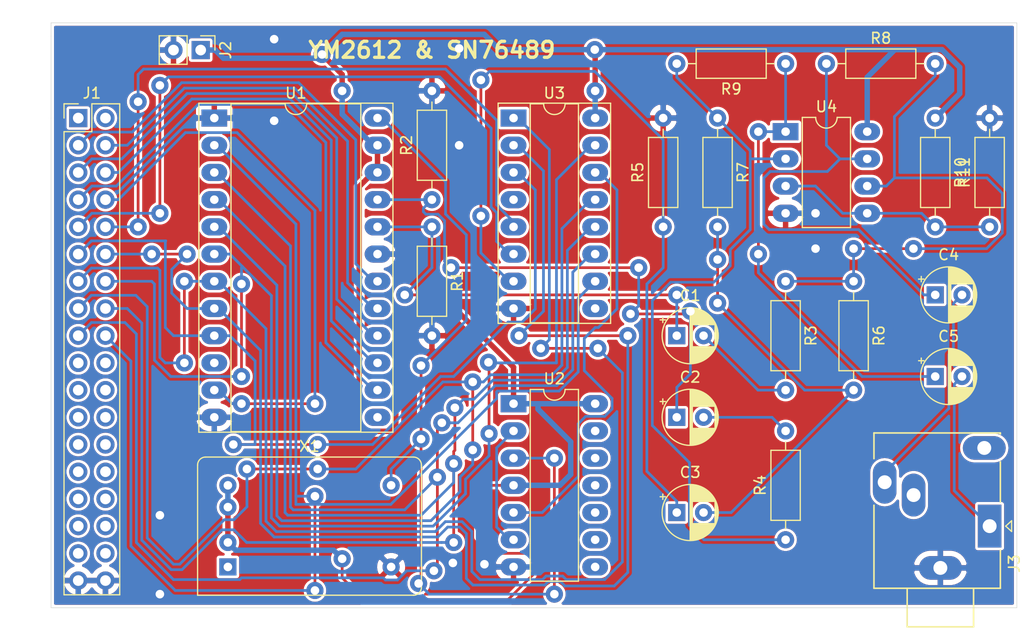
<source format=kicad_pcb>
(kicad_pcb (version 20171130) (host pcbnew 5.1.2+dfsg1-1)
  (layers (0 F.Cu signal) (31 B.Cu signal) (34 B.Paste user) (35 F.Paste user) (36 B.SilkS user) (37 F.SilkS user) (38 B.Mask user) (39 F.Mask user) (44 Edge.Cuts user))
  (net 0 "")
  (net 1 "Net-(C1-Pad2)")
  (net 2 "Net-(C2-Pad2)")
  (net 3 "Net-(C3-Pad2)")
  (net 4 "Net-(C4-Pad1)")
  (net 5 "Net-(C5-Pad1)")
  (net 6 GND)
  (net 7 "Net-(J1-Pad34)")
  (net 8 "Net-(J1-Pad33)")
  (net 9 "Net-(J1-Pad32)")
  (net 10 "Net-(J1-Pad31)")
  (net 11 "Net-(J1-Pad30)")
  (net 12 "Net-(J1-Pad29)")
  (net 13 "Net-(J1-Pad28)")
  (net 14 "Net-(J1-Pad27)")
  (net 15 "Net-(J1-Pad26)")
  (net 16 "Net-(J1-Pad25)")
  (net 17 "Net-(J1-Pad24)")
  (net 18 "Net-(J1-Pad23)")
  (net 19 "Net-(J1-Pad22)")
  (net 20 "Net-(J1-Pad21)")
  (net 21 "Net-(J1-Pad20)")
  (net 22 "Net-(J1-Pad19)")
  (net 23 /D0)
  (net 24 /D1)
  (net 25 /D2)
  (net 26 /D3)
  (net 27 /D4)
  (net 28 /D5)
  (net 29 /D6)
  (net 30 /D7)
  (net 31 /~PSG_WE)
  (net 32 /~PSG_CE)
  (net 33 /~YM_IC)
  (net 34 /~YM_CS)
  (net 35 /~YM_WR)
  (net 36 /~YM_RD)
  (net 37 /YM_A0)
  (net 38 /YM_A1)
  (net 39 "Net-(J1-Pad2)")
  (net 40 "Net-(J1-Pad1)")
  (net 41 +5V)
  (net 42 "Net-(R3-Pad1)")
  (net 43 "Net-(R4-Pad1)")
  (net 44 "Net-(R10-Pad2)")
  (net 45 /CLK8)
  (net 46 "Net-(U1-Pad10)")
  (net 47 "Net-(U1-Pad13)")
  (net 48 "Net-(U2-Pad2)")
  (net 49 /CLK4)
  (net 50 "Net-(U3-Pad4)")
  (net 51 "Net-(U3-Pad9)")
  (net 52 "Net-(X1-Pad1)")
  (net 53 /YM_LEFT)
  (net 54 /YM_RIGHT)
  (net 55 /PSG_OUT)
  (net 56 /AUDIO_L)
  (net 57 /AUDIO_R)
  (module Connector_PinHeader_2.54mm:PinHeader_2x18_P2.54mm_Vertical (layer F.Cu) (at 64.77 45.72)
    (fp_text reference J1 (at 1.27 -2.33) (layer F.SilkS))
    (fp_text value Conn_02x18_Odd_Even)
    (pad 1 thru_hole rect (at 0 0) (size 1.7 1.7) (drill 1) (layers *.Cu *.Mask) (net 40 "Net-(J1-Pad1)"))
    (pad 2 thru_hole oval (at 2.54 0) (size 1.7 1.7) (drill 1) (layers *.Cu *.Mask) (net 39 "Net-(J1-Pad2)"))
    (pad 3 thru_hole oval (at 0 2.54) (size 1.7 1.7) (drill 1) (layers *.Cu *.Mask) (net 38 /YM_A1))
    (pad 4 thru_hole oval (at 2.54 2.54) (size 1.7 1.7) (drill 1) (layers *.Cu *.Mask) (net 37 /YM_A0))
    (pad 5 thru_hole oval (at 0 5.08) (size 1.7 1.7) (drill 1) (layers *.Cu *.Mask) (net 36 /~YM_RD))
    (pad 6 thru_hole oval (at 2.54 5.08) (size 1.7 1.7) (drill 1) (layers *.Cu *.Mask) (net 35 /~YM_WR))
    (pad 7 thru_hole oval (at 0 7.62) (size 1.7 1.7) (drill 1) (layers *.Cu *.Mask) (net 34 /~YM_CS))
    (pad 8 thru_hole oval (at 2.54 7.62) (size 1.7 1.7) (drill 1) (layers *.Cu *.Mask) (net 33 /~YM_IC))
    (pad 9 thru_hole oval (at 0 10.16) (size 1.7 1.7) (drill 1) (layers *.Cu *.Mask) (net 32 /~PSG_CE))
    (pad 10 thru_hole oval (at 2.54 10.16) (size 1.7 1.7) (drill 1) (layers *.Cu *.Mask) (net 31 /~PSG_WE))
    (pad 11 thru_hole oval (at 0 12.7) (size 1.7 1.7) (drill 1) (layers *.Cu *.Mask) (net 30 /D7))
    (pad 12 thru_hole oval (at 2.54 12.7) (size 1.7 1.7) (drill 1) (layers *.Cu *.Mask) (net 29 /D6))
    (pad 13 thru_hole oval (at 0 15.24) (size 1.7 1.7) (drill 1) (layers *.Cu *.Mask) (net 28 /D5))
    (pad 14 thru_hole oval (at 2.54 15.24) (size 1.7 1.7) (drill 1) (layers *.Cu *.Mask) (net 27 /D4))
    (pad 15 thru_hole oval (at 0 17.78) (size 1.7 1.7) (drill 1) (layers *.Cu *.Mask) (net 26 /D3))
    (pad 16 thru_hole oval (at 2.54 17.78) (size 1.7 1.7) (drill 1) (layers *.Cu *.Mask) (net 25 /D2))
    (pad 17 thru_hole oval (at 0 20.32) (size 1.7 1.7) (drill 1) (layers *.Cu *.Mask) (net 24 /D1))
    (pad 18 thru_hole oval (at 2.54 20.32) (size 1.7 1.7) (drill 1) (layers *.Cu *.Mask) (net 23 /D0))
    (pad 19 thru_hole oval (at 0 22.86) (size 1.7 1.7) (drill 1) (layers *.Cu *.Mask) (net 22 "Net-(J1-Pad19)"))
    (pad 20 thru_hole oval (at 2.54 22.86) (size 1.7 1.7) (drill 1) (layers *.Cu *.Mask) (net 21 "Net-(J1-Pad20)"))
    (pad 21 thru_hole oval (at 0 25.4) (size 1.7 1.7) (drill 1) (layers *.Cu *.Mask) (net 20 "Net-(J1-Pad21)"))
    (pad 22 thru_hole oval (at 2.54 25.4) (size 1.7 1.7) (drill 1) (layers *.Cu *.Mask) (net 19 "Net-(J1-Pad22)"))
    (pad 23 thru_hole oval (at 0 27.94) (size 1.7 1.7) (drill 1) (layers *.Cu *.Mask) (net 18 "Net-(J1-Pad23)"))
    (pad 24 thru_hole oval (at 2.54 27.94) (size 1.7 1.7) (drill 1) (layers *.Cu *.Mask) (net 17 "Net-(J1-Pad24)"))
    (pad 25 thru_hole oval (at 0 30.48) (size 1.7 1.7) (drill 1) (layers *.Cu *.Mask) (net 16 "Net-(J1-Pad25)"))
    (pad 26 thru_hole oval (at 2.54 30.48) (size 1.7 1.7) (drill 1) (layers *.Cu *.Mask) (net 15 "Net-(J1-Pad26)"))
    (pad 27 thru_hole oval (at 0 33.02) (size 1.7 1.7) (drill 1) (layers *.Cu *.Mask) (net 14 "Net-(J1-Pad27)"))
    (pad 28 thru_hole oval (at 2.54 33.02) (size 1.7 1.7) (drill 1) (layers *.Cu *.Mask) (net 13 "Net-(J1-Pad28)"))
    (pad 29 thru_hole oval (at 0 35.56) (size 1.7 1.7) (drill 1) (layers *.Cu *.Mask) (net 12 "Net-(J1-Pad29)"))
    (pad 30 thru_hole oval (at 2.54 35.56) (size 1.7 1.7) (drill 1) (layers *.Cu *.Mask) (net 11 "Net-(J1-Pad30)"))
    (pad 31 thru_hole oval (at 0 38.1) (size 1.7 1.7) (drill 1) (layers *.Cu *.Mask) (net 10 "Net-(J1-Pad31)"))
    (pad 32 thru_hole oval (at 2.54 38.1) (size 1.7 1.7) (drill 1) (layers *.Cu *.Mask) (net 9 "Net-(J1-Pad32)"))
    (pad 33 thru_hole oval (at 0 40.64) (size 1.7 1.7) (drill 1) (layers *.Cu *.Mask) (net 8 "Net-(J1-Pad33)"))
    (pad 34 thru_hole oval (at 2.54 40.64) (size 1.7 1.7) (drill 1) (layers *.Cu *.Mask) (net 7 "Net-(J1-Pad34)"))
    (pad 35 thru_hole oval (at 0 43.18) (size 1.7 1.7) (drill 1) (layers *.Cu *.Mask) (net 6 GND))
    (pad 36 thru_hole oval (at 2.54 43.18) (size 1.7 1.7) (drill 1) (layers *.Cu *.Mask) (net 6 GND))
  )
  (module Capacitor_THT:CP_Radial_D5.0mm_P2.50mm (layer F.Cu) (at 144.78 69.85)
    (fp_text reference C5 (at 1.25 -3.75) (layer F.SilkS))
    (fp_text value 2.2u)
    (pad 2 thru_hole circle (at 2.5 0) (size 1.6 1.6) (drill 0.8) (layers *.Cu *.Mask) (net 57 /AUDIO_R))
    (pad 1 thru_hole rect (at 0 0) (size 1.6 1.6) (drill 0.8) (layers *.Cu *.Mask) (net 5 "Net-(C5-Pad1)"))
  )
  (module Capacitor_THT:CP_Radial_D5.0mm_P2.50mm (layer F.Cu) (at 144.78 62.23)
    (fp_text reference C4 (at 1.25 -3.75) (layer F.SilkS))
    (fp_text value 2.2u)
    (pad 2 thru_hole circle (at 2.5 0) (size 1.6 1.6) (drill 0.8) (layers *.Cu *.Mask) (net 56 /AUDIO_L))
    (pad 1 thru_hole rect (at 0 0) (size 1.6 1.6) (drill 0.8) (layers *.Cu *.Mask) (net 4 "Net-(C4-Pad1)"))
  )
  (module Capacitor_THT:CP_Radial_D5.0mm_P2.50mm (layer F.Cu) (at 120.65 82.55)
    (fp_text reference C3 (at 1.25 -3.75) (layer F.SilkS))
    (fp_text value 2.2u)
    (pad 2 thru_hole circle (at 2.5 0) (size 1.6 1.6) (drill 0.8) (layers *.Cu *.Mask) (net 3 "Net-(C3-Pad2)"))
    (pad 1 thru_hole rect (at 0 0) (size 1.6 1.6) (drill 0.8) (layers *.Cu *.Mask) (net 55 /PSG_OUT))
  )
  (module Capacitor_THT:CP_Radial_D5.0mm_P2.50mm (layer F.Cu) (at 120.65 73.66)
    (fp_text reference C2 (at 1.25 -3.75) (layer F.SilkS))
    (fp_text value 2.2u)
    (pad 2 thru_hole circle (at 2.5 0) (size 1.6 1.6) (drill 0.8) (layers *.Cu *.Mask) (net 2 "Net-(C2-Pad2)"))
    (pad 1 thru_hole rect (at 0 0) (size 1.6 1.6) (drill 0.8) (layers *.Cu *.Mask) (net 54 /YM_RIGHT))
  )
  (module Capacitor_THT:CP_Radial_D5.0mm_P2.50mm (layer F.Cu) (at 120.65 66.04)
    (fp_text reference C1 (at 1.25 -3.75) (layer F.SilkS))
    (fp_text value 2.2u)
    (pad 2 thru_hole circle (at 2.5 0) (size 1.6 1.6) (drill 0.8) (layers *.Cu *.Mask) (net 1 "Net-(C1-Pad2)"))
    (pad 1 thru_hole rect (at 0 0) (size 1.6 1.6) (drill 0.8) (layers *.Cu *.Mask) (net 53 /YM_LEFT))
  )
  (module Placa_YM2612:Placa_YM2612 (layer F.Cu) (at 149.86 83.82 90)
    (fp_text reference J3 (at -3.5 2.3 90) (layer F.SilkS))
    (fp_text value AudioJack3)
    (pad S thru_hole oval (at -3.9 -4.6 90) (size 2.2 4) (drill 1.3) (layers *.Cu *.Mask) (net 6 GND))
    (pad R thru_hole oval (at 4.1 -9.8 90) (size 4 2.2) (drill 1.3) (layers *.Cu *.Mask) (net 56 /AUDIO_L))
    (pad RN thru_hole oval (at 2.9 -7.1 90) (size 4 2.2) (drill 1.3) (layers *.Cu *.Mask))
    (pad TN thru_hole oval (at 7.3 -0.5 180) (size 4 2.2) (drill 1.3) (layers *.Cu *.Mask))
    (pad T thru_hole rect (at 0 0 90) (size 4 2.2) (drill 1.3) (layers *.Cu *.Mask) (net 57 /AUDIO_R))
  )
  (module Oscillator:Oscillator_DIP-14 (layer F.Cu) (at 78.74 87.63)
    (fp_text reference X1 (at 7.62 -11.26) (layer F.SilkS))
    (fp_text value "8 MHz")
    (pad 1 thru_hole rect (at 0 0) (size 1.6 1.6) (drill 0.8) (layers *.Cu *.Mask) (net 52 "Net-(X1-Pad1)"))
    (pad 14 thru_hole circle (at 0 -7.62) (size 1.6 1.6) (drill 0.8) (layers *.Cu *.Mask) (net 41 +5V))
    (pad 8 thru_hole circle (at 15.24 -7.62) (size 1.6 1.6) (drill 0.8) (layers *.Cu *.Mask) (net 45 /CLK8))
    (pad 7 thru_hole circle (at 15.24 0) (size 1.6 1.6) (drill 0.8) (layers *.Cu *.Mask) (net 6 GND))
  )
  (module Package_DIP:DIP-8_W7.62mm_LongPads (layer F.Cu) (at 130.81 46.99)
    (fp_text reference U4 (at 3.81 -2.33) (layer F.SilkS))
    (fp_text value TL072)
    (pad 8 thru_hole oval (at 7.62 0) (size 2.4 1.6) (drill 0.8) (layers *.Cu *.Mask) (net 41 +5V))
    (pad 4 thru_hole oval (at 0 7.62) (size 2.4 1.6) (drill 0.8) (layers *.Cu *.Mask) (net 6 GND))
    (pad 7 thru_hole oval (at 7.62 2.54) (size 2.4 1.6) (drill 0.8) (layers *.Cu *.Mask) (net 4 "Net-(C4-Pad1)"))
    (pad 3 thru_hole oval (at 0 5.08) (size 2.4 1.6) (drill 0.8) (layers *.Cu *.Mask) (net 44 "Net-(R10-Pad2)"))
    (pad 6 thru_hole oval (at 7.62 5.08) (size 2.4 1.6) (drill 0.8) (layers *.Cu *.Mask) (net 42 "Net-(R3-Pad1)"))
    (pad 2 thru_hole oval (at 0 2.54) (size 2.4 1.6) (drill 0.8) (layers *.Cu *.Mask) (net 43 "Net-(R4-Pad1)"))
    (pad 5 thru_hole oval (at 7.62 7.62) (size 2.4 1.6) (drill 0.8) (layers *.Cu *.Mask) (net 44 "Net-(R10-Pad2)"))
    (pad 1 thru_hole rect (at 0 0) (size 2.4 1.6) (drill 0.8) (layers *.Cu *.Mask) (net 5 "Net-(C5-Pad1)"))
  )
  (module Package_DIP:DIP-16_W7.62mm_Socket_LongPads (layer F.Cu) (at 105.41 45.72)
    (fp_text reference U3 (at 3.81 -2.33) (layer F.SilkS))
    (fp_text value SN76489)
    (pad 16 thru_hole oval (at 7.62 0) (size 2.4 1.6) (drill 0.8) (layers *.Cu *.Mask) (net 41 +5V))
    (pad 8 thru_hole oval (at 0 17.78) (size 2.4 1.6) (drill 0.8) (layers *.Cu *.Mask) (net 6 GND))
    (pad 15 thru_hole oval (at 7.62 2.54) (size 2.4 1.6) (drill 0.8) (layers *.Cu *.Mask) (net 27 /D4))
    (pad 7 thru_hole oval (at 0 15.24) (size 2.4 1.6) (drill 0.8) (layers *.Cu *.Mask) (net 55 /PSG_OUT))
    (pad 14 thru_hole oval (at 7.62 5.08) (size 2.4 1.6) (drill 0.8) (layers *.Cu *.Mask) (net 49 /CLK4))
    (pad 6 thru_hole oval (at 0 12.7) (size 2.4 1.6) (drill 0.8) (layers *.Cu *.Mask) (net 32 /~PSG_CE))
    (pad 13 thru_hole oval (at 7.62 7.62) (size 2.4 1.6) (drill 0.8) (layers *.Cu *.Mask) (net 26 /D3))
    (pad 5 thru_hole oval (at 0 10.16) (size 2.4 1.6) (drill 0.8) (layers *.Cu *.Mask) (net 31 /~PSG_WE))
    (pad 12 thru_hole oval (at 7.62 10.16) (size 2.4 1.6) (drill 0.8) (layers *.Cu *.Mask) (net 25 /D2))
    (pad 4 thru_hole oval (at 0 7.62) (size 2.4 1.6) (drill 0.8) (layers *.Cu *.Mask) (net 50 "Net-(U3-Pad4)"))
    (pad 11 thru_hole oval (at 7.62 12.7) (size 2.4 1.6) (drill 0.8) (layers *.Cu *.Mask) (net 24 /D1))
    (pad 3 thru_hole oval (at 0 5.08) (size 2.4 1.6) (drill 0.8) (layers *.Cu *.Mask) (net 30 /D7))
    (pad 10 thru_hole oval (at 7.62 15.24) (size 2.4 1.6) (drill 0.8) (layers *.Cu *.Mask) (net 23 /D0))
    (pad 2 thru_hole oval (at 0 2.54) (size 2.4 1.6) (drill 0.8) (layers *.Cu *.Mask) (net 29 /D6))
    (pad 9 thru_hole oval (at 7.62 17.78) (size 2.4 1.6) (drill 0.8) (layers *.Cu *.Mask) (net 51 "Net-(U3-Pad9)"))
    (pad 1 thru_hole rect (at 0 0) (size 2.4 1.6) (drill 0.8) (layers *.Cu *.Mask) (net 28 /D5))
  )
  (module Package_DIP:DIP-14_W7.62mm_LongPads (layer F.Cu) (at 105.41 72.39)
    (fp_text reference U2 (at 3.81 -2.33) (layer F.SilkS))
    (fp_text value 74LS74)
    (pad 14 thru_hole oval (at 7.62 0) (size 2.4 1.6) (drill 0.8) (layers *.Cu *.Mask) (net 41 +5V))
    (pad 7 thru_hole oval (at 0 15.24) (size 2.4 1.6) (drill 0.8) (layers *.Cu *.Mask) (net 6 GND))
    (pad 13 thru_hole oval (at 7.62 2.54) (size 2.4 1.6) (drill 0.8) (layers *.Cu *.Mask))
    (pad 6 thru_hole oval (at 0 12.7) (size 2.4 1.6) (drill 0.8) (layers *.Cu *.Mask) (net 48 "Net-(U2-Pad2)"))
    (pad 12 thru_hole oval (at 7.62 5.08) (size 2.4 1.6) (drill 0.8) (layers *.Cu *.Mask))
    (pad 5 thru_hole oval (at 0 10.16) (size 2.4 1.6) (drill 0.8) (layers *.Cu *.Mask) (net 49 /CLK4))
    (pad 11 thru_hole oval (at 7.62 7.62) (size 2.4 1.6) (drill 0.8) (layers *.Cu *.Mask))
    (pad 4 thru_hole oval (at 0 7.62) (size 2.4 1.6) (drill 0.8) (layers *.Cu *.Mask) (net 41 +5V))
    (pad 10 thru_hole oval (at 7.62 10.16) (size 2.4 1.6) (drill 0.8) (layers *.Cu *.Mask))
    (pad 3 thru_hole oval (at 0 5.08) (size 2.4 1.6) (drill 0.8) (layers *.Cu *.Mask) (net 45 /CLK8))
    (pad 9 thru_hole oval (at 7.62 12.7) (size 2.4 1.6) (drill 0.8) (layers *.Cu *.Mask))
    (pad 2 thru_hole oval (at 0 2.54) (size 2.4 1.6) (drill 0.8) (layers *.Cu *.Mask) (net 48 "Net-(U2-Pad2)"))
    (pad 8 thru_hole oval (at 7.62 15.24) (size 2.4 1.6) (drill 0.8) (layers *.Cu *.Mask))
    (pad 1 thru_hole rect (at 0 0) (size 2.4 1.6) (drill 0.8) (layers *.Cu *.Mask) (net 41 +5V))
  )
  (module Package_DIP:DIP-24_W15.24mm_Socket_LongPads (layer F.Cu) (at 77.47 45.72)
    (fp_text reference U1 (at 7.62 -2.33) (layer F.SilkS))
    (fp_text value YM2612)
    (pad 24 thru_hole oval (at 15.24 0) (size 2.4 1.6) (drill 0.8) (layers *.Cu *.Mask) (net 45 /CLK8))
    (pad 12 thru_hole oval (at 0 27.94) (size 2.4 1.6) (drill 0.8) (layers *.Cu *.Mask) (net 6 GND))
    (pad 23 thru_hole oval (at 15.24 2.54) (size 2.4 1.6) (drill 0.8) (layers *.Cu *.Mask) (net 41 +5V))
    (pad 11 thru_hole oval (at 0 25.4) (size 2.4 1.6) (drill 0.8) (layers *.Cu *.Mask) (net 33 /~YM_IC))
    (pad 22 thru_hole oval (at 15.24 5.08) (size 2.4 1.6) (drill 0.8) (layers *.Cu *.Mask) (net 41 +5V))
    (pad 10 thru_hole oval (at 0 22.86) (size 2.4 1.6) (drill 0.8) (layers *.Cu *.Mask) (net 46 "Net-(U1-Pad10)"))
    (pad 21 thru_hole oval (at 15.24 7.62) (size 2.4 1.6) (drill 0.8) (layers *.Cu *.Mask) (net 54 /YM_RIGHT))
    (pad 9 thru_hole oval (at 0 20.32) (size 2.4 1.6) (drill 0.8) (layers *.Cu *.Mask) (net 30 /D7))
    (pad 20 thru_hole oval (at 15.24 10.16) (size 2.4 1.6) (drill 0.8) (layers *.Cu *.Mask) (net 53 /YM_LEFT))
    (pad 8 thru_hole oval (at 0 17.78) (size 2.4 1.6) (drill 0.8) (layers *.Cu *.Mask) (net 29 /D6))
    (pad 19 thru_hole oval (at 15.24 12.7) (size 2.4 1.6) (drill 0.8) (layers *.Cu *.Mask) (net 6 GND))
    (pad 7 thru_hole oval (at 0 15.24) (size 2.4 1.6) (drill 0.8) (layers *.Cu *.Mask) (net 28 /D5))
    (pad 18 thru_hole oval (at 15.24 15.24) (size 2.4 1.6) (drill 0.8) (layers *.Cu *.Mask) (net 38 /YM_A1))
    (pad 6 thru_hole oval (at 0 12.7) (size 2.4 1.6) (drill 0.8) (layers *.Cu *.Mask) (net 27 /D4))
    (pad 17 thru_hole oval (at 15.24 17.78) (size 2.4 1.6) (drill 0.8) (layers *.Cu *.Mask) (net 37 /YM_A0))
    (pad 5 thru_hole oval (at 0 10.16) (size 2.4 1.6) (drill 0.8) (layers *.Cu *.Mask) (net 26 /D3))
    (pad 16 thru_hole oval (at 15.24 20.32) (size 2.4 1.6) (drill 0.8) (layers *.Cu *.Mask) (net 36 /~YM_RD))
    (pad 4 thru_hole oval (at 0 7.62) (size 2.4 1.6) (drill 0.8) (layers *.Cu *.Mask) (net 25 /D2))
    (pad 15 thru_hole oval (at 15.24 22.86) (size 2.4 1.6) (drill 0.8) (layers *.Cu *.Mask) (net 35 /~YM_WR))
    (pad 3 thru_hole oval (at 0 5.08) (size 2.4 1.6) (drill 0.8) (layers *.Cu *.Mask) (net 24 /D1))
    (pad 14 thru_hole oval (at 15.24 25.4) (size 2.4 1.6) (drill 0.8) (layers *.Cu *.Mask) (net 34 /~YM_CS))
    (pad 2 thru_hole oval (at 0 2.54) (size 2.4 1.6) (drill 0.8) (layers *.Cu *.Mask) (net 23 /D0))
    (pad 13 thru_hole oval (at 15.24 27.94) (size 2.4 1.6) (drill 0.8) (layers *.Cu *.Mask) (net 47 "Net-(U1-Pad13)"))
    (pad 1 thru_hole rect (at 0 0) (size 2.4 1.6) (drill 0.8) (layers *.Cu *.Mask) (net 6 GND))
  )
  (module Resistor_THT:R_Axial_DIN0207_L6.3mm_D2.5mm_P10.16mm_Horizontal (layer F.Cu) (at 149.86 55.88 90)
    (fp_text reference R11 (at 5.08 -2.37 90) (layer F.SilkS))
    (fp_text value 10k)
    (pad 2 thru_hole oval (at 10.16 0 90) (size 1.6 1.6) (drill 0.8) (layers *.Cu *.Mask) (net 6 GND))
    (pad 1 thru_hole circle (at 0 0 90) (size 1.6 1.6) (drill 0.8) (layers *.Cu *.Mask) (net 44 "Net-(R10-Pad2)"))
  )
  (module Resistor_THT:R_Axial_DIN0207_L6.3mm_D2.5mm_P10.16mm_Horizontal (layer F.Cu) (at 144.78 45.72 270)
    (fp_text reference R10 (at 5.08 -2.37 90) (layer F.SilkS))
    (fp_text value 10k)
    (pad 2 thru_hole oval (at 10.16 0 270) (size 1.6 1.6) (drill 0.8) (layers *.Cu *.Mask) (net 44 "Net-(R10-Pad2)"))
    (pad 1 thru_hole circle (at 0 0 270) (size 1.6 1.6) (drill 0.8) (layers *.Cu *.Mask) (net 41 +5V))
  )
  (module Resistor_THT:R_Axial_DIN0207_L6.3mm_D2.5mm_P10.16mm_Horizontal (layer F.Cu) (at 130.81 40.64 180)
    (fp_text reference R9 (at 5.08 -2.37) (layer F.SilkS))
    (fp_text value 10k)
    (pad 2 thru_hole oval (at 10.16 0 180) (size 1.6 1.6) (drill 0.8) (layers *.Cu *.Mask) (net 43 "Net-(R4-Pad1)"))
    (pad 1 thru_hole circle (at 0 0 180) (size 1.6 1.6) (drill 0.8) (layers *.Cu *.Mask) (net 5 "Net-(C5-Pad1)"))
  )
  (module Resistor_THT:R_Axial_DIN0207_L6.3mm_D2.5mm_P10.16mm_Horizontal (layer F.Cu) (at 134.62 40.64)
    (fp_text reference R8 (at 5.08 -2.37) (layer F.SilkS))
    (fp_text value 10k)
    (pad 2 thru_hole oval (at 10.16 0) (size 1.6 1.6) (drill 0.8) (layers *.Cu *.Mask) (net 42 "Net-(R3-Pad1)"))
    (pad 1 thru_hole circle (at 0 0) (size 1.6 1.6) (drill 0.8) (layers *.Cu *.Mask) (net 4 "Net-(C4-Pad1)"))
  )
  (module Resistor_THT:R_Axial_DIN0207_L6.3mm_D2.5mm_P10.16mm_Horizontal (layer F.Cu) (at 124.46 45.72 270)
    (fp_text reference R7 (at 5.08 -2.37 90) (layer F.SilkS))
    (fp_text value 51k)
    (pad 2 thru_hole oval (at 10.16 0 270) (size 1.6 1.6) (drill 0.8) (layers *.Cu *.Mask) (net 3 "Net-(C3-Pad2)"))
    (pad 1 thru_hole circle (at 0 0 270) (size 1.6 1.6) (drill 0.8) (layers *.Cu *.Mask) (net 43 "Net-(R4-Pad1)"))
  )
  (module Resistor_THT:R_Axial_DIN0207_L6.3mm_D2.5mm_P10.16mm_Horizontal (layer F.Cu) (at 137.16 60.96 270)
    (fp_text reference R6 (at 5.08 -2.37 90) (layer F.SilkS))
    (fp_text value 51k)
    (pad 2 thru_hole oval (at 10.16 0 270) (size 1.6 1.6) (drill 0.8) (layers *.Cu *.Mask) (net 3 "Net-(C3-Pad2)"))
    (pad 1 thru_hole circle (at 0 0 270) (size 1.6 1.6) (drill 0.8) (layers *.Cu *.Mask) (net 42 "Net-(R3-Pad1)"))
  )
  (module Resistor_THT:R_Axial_DIN0207_L6.3mm_D2.5mm_P10.16mm_Horizontal (layer F.Cu) (at 119.38 55.88 90)
    (fp_text reference R5 (at 5.08 -2.37 90) (layer F.SilkS))
    (fp_text value 2.2k)
    (pad 2 thru_hole oval (at 10.16 0 90) (size 1.6 1.6) (drill 0.8) (layers *.Cu *.Mask) (net 6 GND))
    (pad 1 thru_hole circle (at 0 0 90) (size 1.6 1.6) (drill 0.8) (layers *.Cu *.Mask) (net 55 /PSG_OUT))
  )
  (module Resistor_THT:R_Axial_DIN0207_L6.3mm_D2.5mm_P10.16mm_Horizontal (layer F.Cu) (at 130.81 85.09 90)
    (fp_text reference R4 (at 5.08 -2.37 90) (layer F.SilkS))
    (fp_text value 2.2k)
    (pad 2 thru_hole oval (at 10.16 0 90) (size 1.6 1.6) (drill 0.8) (layers *.Cu *.Mask) (net 2 "Net-(C2-Pad2)"))
    (pad 1 thru_hole circle (at 0 0 90) (size 1.6 1.6) (drill 0.8) (layers *.Cu *.Mask) (net 43 "Net-(R4-Pad1)"))
  )
  (module Resistor_THT:R_Axial_DIN0207_L6.3mm_D2.5mm_P10.16mm_Horizontal (layer F.Cu) (at 130.81 60.96 270)
    (fp_text reference R3 (at 5.08 -2.37 90) (layer F.SilkS))
    (fp_text value 2.2k)
    (pad 2 thru_hole oval (at 10.16 0 270) (size 1.6 1.6) (drill 0.8) (layers *.Cu *.Mask) (net 1 "Net-(C1-Pad2)"))
    (pad 1 thru_hole circle (at 0 0 270) (size 1.6 1.6) (drill 0.8) (layers *.Cu *.Mask) (net 42 "Net-(R3-Pad1)"))
  )
  (module Resistor_THT:R_Axial_DIN0207_L6.3mm_D2.5mm_P10.16mm_Horizontal (layer F.Cu) (at 97.79 53.34 90)
    (fp_text reference R2 (at 5.08 -2.37 90) (layer F.SilkS))
    (fp_text value 2.2k)
    (pad 2 thru_hole oval (at 10.16 0 90) (size 1.6 1.6) (drill 0.8) (layers *.Cu *.Mask) (net 6 GND))
    (pad 1 thru_hole circle (at 0 0 90) (size 1.6 1.6) (drill 0.8) (layers *.Cu *.Mask) (net 54 /YM_RIGHT))
  )
  (module Resistor_THT:R_Axial_DIN0207_L6.3mm_D2.5mm_P10.16mm_Horizontal (layer F.Cu) (at 97.79 55.88 270)
    (fp_text reference R1 (at 5.08 -2.37 90) (layer F.SilkS))
    (fp_text value 2.2k)
    (pad 2 thru_hole oval (at 10.16 0 270) (size 1.6 1.6) (drill 0.8) (layers *.Cu *.Mask) (net 6 GND))
    (pad 1 thru_hole circle (at 0 0 270) (size 1.6 1.6) (drill 0.8) (layers *.Cu *.Mask) (net 53 /YM_LEFT))
  )
  (module Connector_PinHeader_2.54mm:PinHeader_1x02_P2.54mm_Vertical (layer F.Cu) (at 76.2 39.37 270)
    (fp_text reference J2 (at 0 -2.33 90) (layer F.SilkS))
    (fp_text value Conn_01x02)
    (pad 2 thru_hole oval (at 0 2.54 270) (size 1.7 1.7) (drill 1) (layers *.Cu *.Mask) (net 6 GND))
    (pad 1 thru_hole rect (at 0 0 270) (size 1.7 1.7) (drill 1) (layers *.Cu *.Mask) (net 41 +5V))
  )
  (gr_text "YM2612 & SN76489" (at 97.79 39.37) (layer F.SilkS) (effects (font (size 1.5 1.5) (thickness 0.3))))
  (gr_line (start 62.23 91.44) (end 62.23 45.72) (layer Edge.Cuts) (width 0.05))
  (gr_line (start 152.4 91.44) (end 62.23 91.44) (layer Edge.Cuts) (width 0.05))
  (gr_line (start 152.4 36.83) (end 152.4 91.44) (layer Edge.Cuts) (width 0.05))
  (gr_line (start 62.23 36.83) (end 152.4 36.83) (layer Edge.Cuts) (width 0.05))
  (gr_line (start 62.23 38.1) (end 62.23 36.83) (layer Edge.Cuts) (width 0.05))
  (gr_line (start 62.23 45.72) (end 62.23 38.1) (layer Edge.Cuts) (width 0.05))
  (segment (start 128.23 71.12) (end 130.81 71.12) (width 0.254) (layer B.Cu) (net 1))
  (segment (start 123.15 66.04) (end 128.23 71.12) (width 0.254) (layer B.Cu) (net 1))
  (segment (start 129.54 73.66) (end 130.81 74.93) (width 0.254) (layer B.Cu) (net 2))
  (segment (start 123.15 73.66) (end 129.54 73.66) (width 0.254) (layer B.Cu) (net 2))
  (segment (start 125.73 82.55) (end 123.15 82.55) (width 0.254) (layer B.Cu) (net 3))
  (segment (start 137.16 71.12) (end 125.73 82.55) (width 0.254) (layer B.Cu) (net 3))
  (via (at 124.46 62.992) (size 1.6) (drill 0.8) (layers F.Cu B.Cu) (net 3))
  (segment (start 137.16 71.12) (end 132.588 71.12) (width 0.254) (layer B.Cu) (net 3))
  (segment (start 132.588 71.12) (end 124.46 62.992) (width 0.254) (layer B.Cu) (net 3))
  (via (at 124.46 58.928) (size 1.6) (drill 0.8) (layers F.Cu B.Cu) (net 3))
  (segment (start 124.46 62.992) (end 124.46 58.928) (width 0.254) (layer F.Cu) (net 3))
  (segment (start 124.46 58.928) (end 124.46 55.88) (width 0.254) (layer B.Cu) (net 3))
  (segment (start 134.62 40.64) (end 134.62 48.26) (width 0.254) (layer B.Cu) (net 4))
  (segment (start 135.89 49.53) (end 138.43 49.53) (width 0.254) (layer B.Cu) (net 4))
  (segment (start 134.62 48.26) (end 135.89 49.53) (width 0.254) (layer B.Cu) (net 4))
  (segment (start 143.726 62.23) (end 137.63 56.134) (width 0.254) (layer B.Cu) (net 4))
  (segment (start 144.78 62.23) (end 143.726 62.23) (width 0.254) (layer B.Cu) (net 4))
  (segment (start 137.63 56.134) (end 129.286 56.134) (width 0.254) (layer B.Cu) (net 4))
  (segment (start 129.286 56.134) (end 128.778 55.626) (width 0.254) (layer B.Cu) (net 4))
  (segment (start 128.778 55.626) (end 128.778 51.308) (width 0.254) (layer B.Cu) (net 4))
  (segment (start 134.70899 50.71101) (end 135.89 49.53) (width 0.254) (layer B.Cu) (net 4))
  (segment (start 129.37499 50.71101) (end 134.70899 50.71101) (width 0.254) (layer B.Cu) (net 4))
  (segment (start 128.778 51.308) (end 129.37499 50.71101) (width 0.254) (layer B.Cu) (net 4))
  (segment (start 130.81 40.64) (end 130.81 46.99) (width 0.254) (layer B.Cu) (net 5))
  (segment (start 128.27 60.167882) (end 128.27 58.42) (width 0.254) (layer B.Cu) (net 5))
  (via (at 128.27 58.42) (size 1.6) (drill 0.8) (layers F.Cu B.Cu) (net 5))
  (segment (start 144.78 69.85) (end 137.952118 69.85) (width 0.254) (layer B.Cu) (net 5))
  (segment (start 137.952118 69.85) (end 128.27 60.167882) (width 0.254) (layer B.Cu) (net 5))
  (via (at 128.27 46.99) (size 1.6) (drill 0.8) (layers F.Cu B.Cu) (net 5))
  (segment (start 128.27 58.42) (end 128.27 46.99) (width 0.254) (layer F.Cu) (net 5))
  (segment (start 128.27 46.99) (end 130.81 46.99) (width 0.254) (layer B.Cu) (net 5))
  (via (at 83.058 45.974) (size 1.6) (drill 0.8) (layers F.Cu B.Cu) (net 6))
  (segment (start 83.058 39.37) (end 83.058 45.974) (width 0.254) (layer F.Cu) (net 6))
  (via (at 100.33 48.26) (size 1.6) (drill 0.8) (layers F.Cu B.Cu) (net 6))
  (via (at 72.39 90.17) (size 1.6) (drill 0.8) (layers F.Cu B.Cu) (net 6))
  (segment (start 67.31 88.9) (end 71.12 88.9) (width 0.254) (layer B.Cu) (net 6))
  (segment (start 71.12 88.9) (end 72.39 90.17) (width 0.254) (layer B.Cu) (net 6))
  (via (at 72.39 82.804) (size 1.6) (drill 0.8) (layers F.Cu B.Cu) (net 6))
  (segment (start 72.39 90.17) (end 72.39 82.804) (width 0.254) (layer F.Cu) (net 6))
  (via (at 100.33 39.21701) (size 1.6) (drill 0.8) (layers F.Cu B.Cu) (net 6))
  (segment (start 100.33 48.26) (end 100.33 39.21701) (width 0.254) (layer F.Cu) (net 6))
  (via (at 133.604 54.61) (size 1.6) (drill 0.8) (layers F.Cu B.Cu) (net 6))
  (segment (start 130.81 54.61) (end 133.604 54.61) (width 0.254) (layer B.Cu) (net 6))
  (via (at 133.604 57.912) (size 1.6) (drill 0.8) (layers F.Cu B.Cu) (net 6))
  (segment (start 133.604 54.61) (end 133.604 57.912) (width 0.254) (layer F.Cu) (net 6))
  (segment (start 99.866887 87.377051) (end 99.745977 87.256141) (width 0.254) (layer F.Cu) (net 6))
  (segment (start 105.41 87.63) (end 102.944972 87.63) (width 0.254) (layer B.Cu) (net 6))
  (via (at 102.692023 87.377051) (size 1.6) (drill 0.8) (layers F.Cu B.Cu) (net 6))
  (segment (start 98.945978 86.456142) (end 99.745977 87.256141) (width 0.254) (layer B.Cu) (net 6))
  (segment (start 93.98 87.63) (end 95.153858 86.456142) (width 0.254) (layer B.Cu) (net 6))
  (segment (start 95.153858 86.456142) (end 98.945978 86.456142) (width 0.254) (layer B.Cu) (net 6))
  (segment (start 102.692023 87.377051) (end 99.866887 87.377051) (width 0.254) (layer F.Cu) (net 6))
  (segment (start 102.944972 87.63) (end 102.692023 87.377051) (width 0.254) (layer B.Cu) (net 6))
  (via (at 99.745977 87.256141) (size 1.6) (drill 0.8) (layers F.Cu B.Cu) (net 6))
  (via (at 83.058 38.354) (size 1.6) (drill 0.8) (layers F.Cu B.Cu) (net 6))
  (segment (start 83.058 39.37) (end 83.058 38.354) (width 0.254) (layer F.Cu) (net 6))
  (segment (start 103.828999 71.285199) (end 103.905199 71.208999) (width 0.254) (layer B.Cu) (net 23))
  (segment (start 93.949942 81.78794) (end 103.828999 71.908883) (width 0.254) (layer B.Cu) (net 23))
  (segment (start 85.09 81.78794) (end 93.949942 81.78794) (width 0.254) (layer B.Cu) (net 23))
  (segment (start 103.905199 71.208999) (end 109.661695 71.208999) (width 0.254) (layer B.Cu) (net 23))
  (segment (start 109.661695 71.208999) (end 111.448994 69.4217) (width 0.254) (layer B.Cu) (net 23))
  (segment (start 111.448994 69.4217) (end 111.448994 62.541006) (width 0.254) (layer B.Cu) (net 23))
  (segment (start 103.828999 71.908883) (end 103.828999 71.285199) (width 0.254) (layer B.Cu) (net 23))
  (segment (start 111.448994 62.541006) (end 113.03 60.96) (width 0.254) (layer B.Cu) (net 23))
  (segment (start 85.09 81.026) (end 86.868 81.026) (width 0.254) (layer B.Cu) (net 23))
  (via (at 86.868 81.026) (size 1.6) (drill 0.8) (layers F.Cu B.Cu) (net 23))
  (segment (start 85.09 81.026) (end 85.09 81.78794) (width 0.254) (layer B.Cu) (net 23))
  (segment (start 86.868 81.026) (end 86.868 89.82701) (width 0.254) (layer F.Cu) (net 23))
  (via (at 86.868 89.82701) (size 1.6) (drill 0.8) (layers F.Cu B.Cu) (net 23))
  (segment (start 85.09 55.626) (end 85.09 81.026) (width 0.254) (layer B.Cu) (net 23))
  (segment (start 77.47 48.26) (end 77.724 48.26) (width 0.254) (layer B.Cu) (net 23))
  (segment (start 77.724 48.26) (end 85.09 55.626) (width 0.254) (layer B.Cu) (net 23))
  (segment (start 69.684968 68.414968) (end 69.684968 85.686968) (width 0.254) (layer B.Cu) (net 23))
  (segment (start 85.73663 89.82701) (end 86.868 89.82701) (width 0.254) (layer B.Cu) (net 23))
  (segment (start 73.82501 89.82701) (end 85.73663 89.82701) (width 0.254) (layer B.Cu) (net 23))
  (segment (start 69.684968 85.686968) (end 73.82501 89.82701) (width 0.254) (layer B.Cu) (net 23))
  (segment (start 67.31 66.04) (end 69.684968 68.414968) (width 0.254) (layer B.Cu) (net 23))
  (via (at 98.298 79.248) (size 1.6) (drill 0.8) (layers F.Cu B.Cu) (net 24))
  (segment (start 113.03 58.42) (end 112.63 58.42) (width 0.254) (layer B.Cu) (net 24))
  (segment (start 103.694774 70.700988) (end 100.223792 74.17197) (width 0.254) (layer B.Cu) (net 24))
  (segment (start 110.940983 60.109017) (end 110.940983 69.211275) (width 0.254) (layer B.Cu) (net 24))
  (segment (start 109.45127 70.700988) (end 103.694774 70.700988) (width 0.254) (layer B.Cu) (net 24))
  (segment (start 98.298 74.59098) (end 98.71701 74.17197) (width 0.254) (layer F.Cu) (net 24))
  (segment (start 98.298 79.248) (end 98.298 74.59098) (width 0.254) (layer F.Cu) (net 24))
  (segment (start 100.223792 74.17197) (end 99.84838 74.17197) (width 0.254) (layer B.Cu) (net 24))
  (segment (start 110.940983 69.211275) (end 109.45127 70.700988) (width 0.254) (layer B.Cu) (net 24))
  (segment (start 99.84838 74.17197) (end 98.71701 74.17197) (width 0.254) (layer B.Cu) (net 24))
  (segment (start 112.63 58.42) (end 110.940983 60.109017) (width 0.254) (layer B.Cu) (net 24))
  (via (at 98.71701 74.17197) (size 1.6) (drill 0.8) (layers F.Cu B.Cu) (net 24))
  (segment (start 95.25005 82.29595) (end 98.298 79.248) (width 0.254) (layer B.Cu) (net 24))
  (segment (start 84.83595 82.29595) (end 95.25005 82.29595) (width 0.254) (layer B.Cu) (net 24))
  (segment (start 84.582 82.042) (end 84.83595 82.29595) (width 0.254) (layer B.Cu) (net 24))
  (segment (start 84.582 57.658) (end 84.582 82.042) (width 0.254) (layer B.Cu) (net 24))
  (segment (start 77.47 50.8) (end 77.724 50.8) (width 0.254) (layer B.Cu) (net 24))
  (segment (start 77.724 50.8) (end 84.582 57.658) (width 0.254) (layer B.Cu) (net 24))
  (segment (start 95.430161 87.987957) (end 96.8427 87.987957) (width 0.254) (layer B.Cu) (net 24))
  (segment (start 64.77 66.04) (end 66.001001 64.808999) (width 0.254) (layer B.Cu) (net 24))
  (segment (start 66.001001 64.808999) (end 69.126999 64.808999) (width 0.254) (layer B.Cu) (net 24))
  (segment (start 93.248118 88.646) (end 93.449742 88.847624) (width 0.254) (layer B.Cu) (net 24))
  (via (at 97.97407 87.987957) (size 1.6) (drill 0.8) (layers F.Cu B.Cu) (net 24))
  (segment (start 94.570494 88.847624) (end 95.430161 87.987957) (width 0.254) (layer B.Cu) (net 24))
  (segment (start 73.658131 88.811001) (end 79.844801 88.811001) (width 0.254) (layer B.Cu) (net 24))
  (segment (start 70.192978 85.345848) (end 73.658131 88.811001) (width 0.254) (layer B.Cu) (net 24))
  (segment (start 69.126999 64.808999) (end 70.192978 65.874978) (width 0.254) (layer B.Cu) (net 24))
  (segment (start 98.298 87.664027) (end 97.97407 87.987957) (width 0.254) (layer F.Cu) (net 24))
  (segment (start 70.192978 65.874978) (end 70.192978 85.345848) (width 0.254) (layer B.Cu) (net 24))
  (segment (start 96.8427 87.987957) (end 97.97407 87.987957) (width 0.254) (layer B.Cu) (net 24))
  (segment (start 98.298 79.248) (end 98.298 87.664027) (width 0.254) (layer F.Cu) (net 24))
  (segment (start 93.449742 88.847624) (end 94.570494 88.847624) (width 0.254) (layer B.Cu) (net 24))
  (segment (start 79.844801 88.811001) (end 80.009802 88.646) (width 0.254) (layer B.Cu) (net 24))
  (segment (start 80.009802 88.646) (end 93.248118 88.646) (width 0.254) (layer B.Cu) (net 24))
  (segment (start 84.074 82.55) (end 84.32796 82.80396) (width 0.254) (layer B.Cu) (net 25))
  (segment (start 84.074 59.544) (end 84.074 82.55) (width 0.254) (layer B.Cu) (net 25))
  (segment (start 77.47 53.34) (end 77.87 53.34) (width 0.254) (layer B.Cu) (net 25))
  (segment (start 77.87 53.34) (end 84.074 59.544) (width 0.254) (layer B.Cu) (net 25))
  (segment (start 84.32796 82.80396) (end 92.964 82.80396) (width 0.254) (layer B.Cu) (net 25))
  (segment (start 92.964 82.80396) (end 96.77404 82.80396) (width 0.254) (layer B.Cu) (net 25))
  (segment (start 96.77404 82.80396) (end 99.822 79.756) (width 0.254) (layer B.Cu) (net 25))
  (via (at 99.822 77.978) (size 1.6) (drill 0.8) (layers F.Cu B.Cu) (net 25))
  (segment (start 99.822 79.756) (end 99.822 77.978) (width 0.254) (layer B.Cu) (net 25))
  (segment (start 99.931813 76.736817) (end 99.931813 72.771394) (width 0.254) (layer F.Cu) (net 25))
  (segment (start 99.822 76.84663) (end 99.931813 76.736817) (width 0.254) (layer F.Cu) (net 25))
  (segment (start 113.03 55.88) (end 112.63 55.88) (width 0.254) (layer B.Cu) (net 25))
  (segment (start 101.705931 71.971395) (end 100.731812 71.971395) (width 0.254) (layer B.Cu) (net 25))
  (segment (start 110.432972 58.077028) (end 110.432972 69.00085) (width 0.254) (layer B.Cu) (net 25))
  (segment (start 110.432972 69.00085) (end 109.240845 70.192977) (width 0.254) (layer B.Cu) (net 25))
  (segment (start 112.63 55.88) (end 110.432972 58.077028) (width 0.254) (layer B.Cu) (net 25))
  (segment (start 100.731812 71.971395) (end 99.931813 72.771394) (width 0.254) (layer B.Cu) (net 25))
  (via (at 99.931813 72.771394) (size 1.6) (drill 0.8) (layers F.Cu B.Cu) (net 25))
  (segment (start 109.240845 70.192977) (end 103.484349 70.192977) (width 0.254) (layer B.Cu) (net 25))
  (segment (start 99.822 77.978) (end 99.822 76.84663) (width 0.254) (layer F.Cu) (net 25))
  (segment (start 103.484349 70.192977) (end 101.705931 71.971395) (width 0.254) (layer B.Cu) (net 25))
  (via (at 99.822 85.344004) (size 1.6) (drill 0.8) (layers F.Cu B.Cu) (net 25))
  (segment (start 99.822 77.978) (end 99.822 85.344004) (width 0.254) (layer F.Cu) (net 25))
  (segment (start 98.69063 85.344004) (end 99.822 85.344004) (width 0.254) (layer B.Cu) (net 25))
  (segment (start 80.487888 85.344004) (end 98.69063 85.344004) (width 0.254) (layer B.Cu) (net 25))
  (segment (start 69.342 63.5) (end 70.700989 64.858989) (width 0.254) (layer B.Cu) (net 25))
  (segment (start 70.700989 85.135425) (end 73.449575 87.884011) (width 0.254) (layer B.Cu) (net 25))
  (segment (start 79.306882 84.162998) (end 80.487888 85.344004) (width 0.254) (layer B.Cu) (net 25))
  (segment (start 78.173118 84.162998) (end 79.306882 84.162998) (width 0.254) (layer B.Cu) (net 25))
  (segment (start 74.452106 87.88401) (end 78.173118 84.162998) (width 0.254) (layer B.Cu) (net 25))
  (segment (start 73.449575 87.884011) (end 74.452106 87.88401) (width 0.254) (layer B.Cu) (net 25))
  (segment (start 70.700989 64.858989) (end 70.700989 85.135425) (width 0.254) (layer B.Cu) (net 25))
  (segment (start 67.31 63.5) (end 69.342 63.5) (width 0.254) (layer B.Cu) (net 25))
  (via (at 101.6 76.708) (size 1.6) (drill 0.8) (layers F.Cu B.Cu) (net 26))
  (segment (start 101.6 76.708) (end 101.6 70.358) (width 0.254) (layer F.Cu) (net 26))
  (via (at 101.6 70.358) (size 1.6) (drill 0.8) (layers F.Cu B.Cu) (net 26))
  (segment (start 109.924961 56.045039) (end 112.63 53.34) (width 0.254) (layer B.Cu) (net 26))
  (segment (start 112.63 53.34) (end 113.03 53.34) (width 0.254) (layer B.Cu) (net 26))
  (segment (start 101.6 70.358) (end 102.60089 70.358) (width 0.254) (layer B.Cu) (net 26))
  (segment (start 102.60089 70.358) (end 103.273924 69.684966) (width 0.254) (layer B.Cu) (net 26))
  (segment (start 103.273924 69.684966) (end 109.03042 69.684966) (width 0.254) (layer B.Cu) (net 26))
  (segment (start 109.924961 68.790425) (end 109.924961 56.045039) (width 0.254) (layer B.Cu) (net 26))
  (segment (start 109.03042 69.684966) (end 109.924961 68.790425) (width 0.254) (layer B.Cu) (net 26))
  (via (at 80.518 78.486) (size 1.6) (drill 0.8) (layers F.Cu B.Cu) (net 26))
  (via (at 87.122 78.486) (size 1.6) (drill 0.8) (layers F.Cu B.Cu) (net 26))
  (segment (start 80.518 78.486) (end 87.122 78.486) (width 0.254) (layer F.Cu) (net 26))
  (segment (start 90.678 78.486) (end 98.806 70.358) (width 0.254) (layer B.Cu) (net 26))
  (segment (start 87.122 78.486) (end 90.678 78.486) (width 0.254) (layer B.Cu) (net 26))
  (segment (start 98.806 70.358) (end 100.46863 70.358) (width 0.254) (layer B.Cu) (net 26))
  (segment (start 100.46863 70.358) (end 101.6 70.358) (width 0.254) (layer B.Cu) (net 26))
  (segment (start 80.518 82.011882) (end 80.518 79.61737) (width 0.254) (layer B.Cu) (net 26))
  (segment (start 74.24168 87.376) (end 78.394679 83.223001) (width 0.254) (layer B.Cu) (net 26))
  (segment (start 71.208999 63.334999) (end 71.208999 84.924999) (width 0.254) (layer B.Cu) (net 26))
  (segment (start 64.77 63.5) (end 66.001001 62.268999) (width 0.254) (layer B.Cu) (net 26))
  (segment (start 78.394679 83.223001) (end 79.306881 83.223001) (width 0.254) (layer B.Cu) (net 26))
  (segment (start 70.142999 62.268999) (end 71.208999 63.334999) (width 0.254) (layer B.Cu) (net 26))
  (segment (start 71.208999 84.924999) (end 73.66 87.376) (width 0.254) (layer B.Cu) (net 26))
  (segment (start 73.66 87.376) (end 74.24168 87.376) (width 0.254) (layer B.Cu) (net 26))
  (segment (start 79.306881 83.223001) (end 80.518 82.011882) (width 0.254) (layer B.Cu) (net 26))
  (segment (start 80.518 79.61737) (end 80.518 78.486) (width 0.254) (layer B.Cu) (net 26))
  (segment (start 66.001001 62.268999) (end 70.142999 62.268999) (width 0.254) (layer B.Cu) (net 26))
  (segment (start 83.776403 83.311967) (end 97.696843 83.311967) (width 0.254) (layer B.Cu) (net 26))
  (segment (start 77.47 55.88) (end 77.87 55.88) (width 0.254) (layer B.Cu) (net 26))
  (segment (start 101.6 78.051682) (end 101.6 77.83937) (width 0.254) (layer B.Cu) (net 26))
  (segment (start 77.87 55.88) (end 83.312033 61.322033) (width 0.254) (layer B.Cu) (net 26))
  (segment (start 83.312033 61.322033) (end 83.312033 82.847597) (width 0.254) (layer B.Cu) (net 26))
  (segment (start 83.312033 82.847597) (end 83.776403 83.311967) (width 0.254) (layer B.Cu) (net 26))
  (segment (start 101.6 77.83937) (end 101.6 76.708) (width 0.254) (layer B.Cu) (net 26))
  (segment (start 100.418988 80.589822) (end 100.418989 79.232693) (width 0.254) (layer B.Cu) (net 26))
  (segment (start 100.418989 79.232693) (end 101.6 78.051682) (width 0.254) (layer B.Cu) (net 26))
  (segment (start 97.696843 83.311967) (end 100.418988 80.589822) (width 0.254) (layer B.Cu) (net 26))
  (segment (start 77.47 58.42) (end 78.924 58.42) (width 0.254) (layer B.Cu) (net 27))
  (via (at 103.124 75.184) (size 1.6) (drill 0.8) (layers F.Cu B.Cu) (net 27))
  (segment (start 103.124 68.576858) (end 103.069009 68.521867) (width 0.254) (layer F.Cu) (net 27))
  (segment (start 103.124 75.184) (end 103.124 68.576858) (width 0.254) (layer F.Cu) (net 27))
  (via (at 103.069009 68.521867) (size 1.6) (drill 0.8) (layers F.Cu B.Cu) (net 27))
  (segment (start 103.069009 68.521867) (end 103.127142 68.58) (width 0.254) (layer B.Cu) (net 27))
  (segment (start 112.63 48.26) (end 113.03 48.26) (width 0.254) (layer B.Cu) (net 27))
  (segment (start 103.127142 68.58) (end 109.41695 68.58) (width 0.254) (layer B.Cu) (net 27))
  (segment (start 109.41695 51.47305) (end 112.63 48.26) (width 0.254) (layer B.Cu) (net 27))
  (segment (start 109.41695 68.58) (end 109.41695 51.47305) (width 0.254) (layer B.Cu) (net 27))
  (segment (start 71.628 60.96) (end 71.882 61.214) (width 0.254) (layer B.Cu) (net 27))
  (segment (start 67.564 60.96) (end 71.628 60.96) (width 0.254) (layer B.Cu) (net 27))
  (segment (start 67.31 60.96) (end 67.31 61.214) (width 0.254) (layer B.Cu) (net 27))
  (segment (start 67.31 61.214) (end 67.564 60.96) (width 0.254) (layer B.Cu) (net 27))
  (segment (start 71.882 61.214) (end 71.882 68.326) (width 0.254) (layer B.Cu) (net 27))
  (via (at 80.01 69.85) (size 1.6) (drill 0.8) (layers F.Cu B.Cu) (net 27))
  (segment (start 71.882 68.326) (end 73.406 69.85) (width 0.254) (layer B.Cu) (net 27))
  (segment (start 73.406 69.85) (end 80.01 69.85) (width 0.254) (layer B.Cu) (net 27))
  (via (at 80.01 61.214) (size 1.6) (drill 0.8) (layers F.Cu B.Cu) (net 27))
  (segment (start 80.01 69.85) (end 80.01 61.214) (width 0.254) (layer F.Cu) (net 27))
  (segment (start 78.924 58.42) (end 80.102 59.598) (width 0.254) (layer B.Cu) (net 27))
  (segment (start 80.01 59.69) (end 80.102 59.598) (width 0.254) (layer B.Cu) (net 27))
  (segment (start 80.01 61.214) (end 80.01 59.69) (width 0.254) (layer B.Cu) (net 27))
  (segment (start 100.926999 80.800247) (end 100.926999 79.443119) (width 0.254) (layer B.Cu) (net 27))
  (segment (start 100.926999 79.443119) (end 103.124 77.246118) (width 0.254) (layer B.Cu) (net 27))
  (segment (start 80.102 59.598) (end 82.804022 62.300022) (width 0.254) (layer B.Cu) (net 27))
  (segment (start 103.124 76.31537) (end 103.124 75.184) (width 0.254) (layer B.Cu) (net 27))
  (segment (start 97.907268 83.819978) (end 100.926999 80.800247) (width 0.254) (layer B.Cu) (net 27))
  (segment (start 83.565978 83.819978) (end 97.907268 83.819978) (width 0.254) (layer B.Cu) (net 27))
  (segment (start 103.124 77.246118) (end 103.124 76.31537) (width 0.254) (layer B.Cu) (net 27))
  (segment (start 82.804022 83.058022) (end 83.565978 83.819978) (width 0.254) (layer B.Cu) (net 27))
  (segment (start 82.804022 62.300022) (end 82.804022 83.058022) (width 0.254) (layer B.Cu) (net 27))
  (via (at 113.284 67.22101) (size 1.6) (drill 0.8) (layers F.Cu B.Cu) (net 28))
  (segment (start 109.08137 67.22101) (end 113.284 67.22101) (width 0.254) (layer F.Cu) (net 28))
  (via (at 107.95 67.22101) (size 1.6) (drill 0.8) (layers F.Cu B.Cu) (net 28))
  (segment (start 107.95 67.22101) (end 109.08137 67.22101) (width 0.254) (layer F.Cu) (net 28))
  (segment (start 108.749999 66.421011) (end 107.95 67.22101) (width 0.254) (layer B.Cu) (net 28))
  (segment (start 108.749999 48.659999) (end 108.749999 66.421011) (width 0.254) (layer B.Cu) (net 28))
  (segment (start 105.41 45.72) (end 105.81 45.72) (width 0.254) (layer B.Cu) (net 28))
  (segment (start 105.81 45.72) (end 108.749999 48.659999) (width 0.254) (layer B.Cu) (net 28))
  (via (at 74.676 68.58) (size 1.6) (drill 0.8) (layers F.Cu B.Cu) (net 28))
  (segment (start 72.898 68.58) (end 74.676 68.58) (width 0.254) (layer B.Cu) (net 28))
  (segment (start 72.39 59.944) (end 72.39 68.072) (width 0.254) (layer B.Cu) (net 28))
  (segment (start 72.174999 59.728999) (end 72.39 59.944) (width 0.254) (layer B.Cu) (net 28))
  (segment (start 72.39 68.072) (end 72.898 68.58) (width 0.254) (layer B.Cu) (net 28))
  (segment (start 64.77 60.96) (end 66.001001 59.728999) (width 0.254) (layer B.Cu) (net 28))
  (segment (start 66.001001 59.728999) (end 72.174999 59.728999) (width 0.254) (layer B.Cu) (net 28))
  (via (at 74.675996 60.96) (size 1.6) (drill 0.8) (layers F.Cu B.Cu) (net 28))
  (segment (start 74.676 60.960004) (end 74.675996 60.96) (width 0.254) (layer F.Cu) (net 28))
  (segment (start 77.47 60.96) (end 74.675996 60.96) (width 0.254) (layer B.Cu) (net 28))
  (segment (start 74.676 68.58) (end 74.676 60.960004) (width 0.254) (layer F.Cu) (net 28))
  (segment (start 99.044694 83.400988) (end 100.599306 83.400988) (width 0.254) (layer B.Cu) (net 28))
  (segment (start 82.296011 83.355575) (end 83.268425 84.327989) (width 0.254) (layer B.Cu) (net 28))
  (segment (start 108.442693 88.480987) (end 109.997307 88.480987) (width 0.254) (layer B.Cu) (net 28))
  (segment (start 115.569989 87.160211) (end 115.569989 69.506999) (width 0.254) (layer B.Cu) (net 28))
  (segment (start 108.11267 88.81101) (end 108.442693 88.480987) (width 0.254) (layer B.Cu) (net 28))
  (segment (start 110.32733 88.81101) (end 113.91919 88.81101) (width 0.254) (layer B.Cu) (net 28))
  (segment (start 101.511013 88.04901) (end 102.273013 88.81101) (width 0.254) (layer B.Cu) (net 28))
  (segment (start 77.47 60.96) (end 77.87 60.96) (width 0.254) (layer B.Cu) (net 28))
  (segment (start 115.569989 69.506999) (end 114.083999 68.021009) (width 0.254) (layer B.Cu) (net 28))
  (segment (start 77.87 60.96) (end 82.296011 65.386011) (width 0.254) (layer B.Cu) (net 28))
  (segment (start 83.268425 84.327989) (end 98.117693 84.327989) (width 0.254) (layer B.Cu) (net 28))
  (segment (start 98.117693 84.327989) (end 99.044694 83.400988) (width 0.254) (layer B.Cu) (net 28))
  (segment (start 101.511013 84.312695) (end 101.511013 88.04901) (width 0.254) (layer B.Cu) (net 28))
  (segment (start 100.599306 83.400988) (end 101.511013 84.312695) (width 0.254) (layer B.Cu) (net 28))
  (segment (start 113.91919 88.81101) (end 115.569989 87.160211) (width 0.254) (layer B.Cu) (net 28))
  (segment (start 109.997307 88.480987) (end 110.32733 88.81101) (width 0.254) (layer B.Cu) (net 28))
  (segment (start 114.083999 68.021009) (end 113.284 67.22101) (width 0.254) (layer B.Cu) (net 28))
  (segment (start 82.296011 65.386011) (end 82.296011 83.355575) (width 0.254) (layer B.Cu) (net 28))
  (segment (start 102.273013 88.81101) (end 108.11267 88.81101) (width 0.254) (layer B.Cu) (net 28))
  (segment (start 105.81 48.26) (end 108.204 50.654) (width 0.254) (layer B.Cu) (net 29))
  (segment (start 105.41 48.26) (end 105.81 48.26) (width 0.254) (layer B.Cu) (net 29))
  (via (at 105.918 66.04) (size 1.6) (drill 0.8) (layers F.Cu B.Cu) (net 29))
  (segment (start 108.204 50.654) (end 108.204 63.754) (width 0.254) (layer B.Cu) (net 29))
  (segment (start 108.204 63.754) (end 105.918 66.04) (width 0.254) (layer B.Cu) (net 29))
  (via (at 116.078 66.04) (size 1.6) (drill 0.8) (layers F.Cu B.Cu) (net 29))
  (segment (start 105.918 66.04) (end 116.078 66.04) (width 0.254) (layer F.Cu) (net 29))
  (segment (start 67.31 58.42) (end 67.31 58.674) (width 0.254) (layer B.Cu) (net 29))
  (segment (start 67.31 58.674) (end 67.564 58.42) (width 0.254) (layer B.Cu) (net 29))
  (via (at 71.628 58.42) (size 1.6) (drill 0.8) (layers F.Cu B.Cu) (net 29))
  (segment (start 67.564 58.42) (end 71.628 58.42) (width 0.254) (layer B.Cu) (net 29))
  (via (at 74.93 58.42) (size 1.6) (drill 0.8) (layers F.Cu B.Cu) (net 29))
  (segment (start 71.628 58.42) (end 74.93 58.42) (width 0.254) (layer F.Cu) (net 29))
  (segment (start 76.016 63.5) (end 77.47 63.5) (width 0.254) (layer B.Cu) (net 29))
  (segment (start 74.93 63.5) (end 76.016 63.5) (width 0.254) (layer B.Cu) (net 29))
  (segment (start 73.494994 62.064994) (end 74.93 63.5) (width 0.254) (layer B.Cu) (net 29))
  (segment (start 74.93 58.42) (end 73.494994 59.855006) (width 0.254) (layer B.Cu) (net 29))
  (segment (start 73.494994 59.855006) (end 73.494994 62.064994) (width 0.254) (layer B.Cu) (net 29))
  (segment (start 108.653118 88.988998) (end 108.323095 89.319021) (width 0.254) (layer B.Cu) (net 29))
  (segment (start 81.788 83.566) (end 81.788 67.418) (width 0.254) (layer B.Cu) (net 29))
  (segment (start 100.388881 83.908999) (end 99.255119 83.908999) (width 0.254) (layer B.Cu) (net 29))
  (segment (start 108.323095 89.319021) (end 101.617141 89.319021) (width 0.254) (layer B.Cu) (net 29))
  (segment (start 116.078 66.04) (end 116.078 88.138) (width 0.254) (layer B.Cu) (net 29))
  (segment (start 110.205884 89.408) (end 109.786882 88.988998) (width 0.254) (layer B.Cu) (net 29))
  (segment (start 101.003002 88.704882) (end 101.003002 84.52312) (width 0.254) (layer B.Cu) (net 29))
  (segment (start 114.808 89.408) (end 110.205884 89.408) (width 0.254) (layer B.Cu) (net 29))
  (segment (start 116.078 88.138) (end 114.808 89.408) (width 0.254) (layer B.Cu) (net 29))
  (segment (start 101.617141 89.319021) (end 101.003002 88.704882) (width 0.254) (layer B.Cu) (net 29))
  (segment (start 99.255119 83.908999) (end 98.328118 84.836) (width 0.254) (layer B.Cu) (net 29))
  (segment (start 109.786882 88.988998) (end 108.653118 88.988998) (width 0.254) (layer B.Cu) (net 29))
  (segment (start 98.328118 84.836) (end 83.058 84.836) (width 0.254) (layer B.Cu) (net 29))
  (segment (start 81.788 67.418) (end 77.87 63.5) (width 0.254) (layer B.Cu) (net 29))
  (segment (start 83.058 84.836) (end 81.788 83.566) (width 0.254) (layer B.Cu) (net 29))
  (segment (start 101.003002 84.52312) (end 100.388881 83.908999) (width 0.254) (layer B.Cu) (net 29))
  (segment (start 77.87 63.5) (end 77.47 63.5) (width 0.254) (layer B.Cu) (net 29))
  (segment (start 78.924 66.04) (end 81.28 68.396) (width 0.254) (layer B.Cu) (net 30))
  (segment (start 77.47 66.04) (end 78.924 66.04) (width 0.254) (layer B.Cu) (net 30))
  (via (at 87.122 76.2) (size 1.6) (drill 0.8) (layers F.Cu B.Cu) (net 30))
  (via (at 79.248 76.2) (size 1.6) (drill 0.8) (layers F.Cu B.Cu) (net 30))
  (segment (start 87.122 76.2) (end 79.248 76.2) (width 0.254) (layer F.Cu) (net 30))
  (segment (start 80.37937 76.2) (end 81.28 76.2) (width 0.254) (layer B.Cu) (net 30))
  (segment (start 79.248 76.2) (end 80.37937 76.2) (width 0.254) (layer B.Cu) (net 30))
  (segment (start 81.28 68.396) (end 81.28 76.2) (width 0.254) (layer B.Cu) (net 30))
  (segment (start 104.902 64.77) (end 99.822011 69.849989) (width 0.254) (layer B.Cu) (net 30))
  (segment (start 105.41 50.8) (end 105.81 50.8) (width 0.254) (layer B.Cu) (net 30))
  (segment (start 105.81 50.8) (end 107.442 52.432) (width 0.254) (layer B.Cu) (net 30))
  (segment (start 107.442 52.432) (end 107.442 63.5382) (width 0.254) (layer B.Cu) (net 30))
  (segment (start 88.25337 76.2) (end 87.122 76.2) (width 0.254) (layer B.Cu) (net 30))
  (segment (start 92.245564 76.2) (end 88.25337 76.2) (width 0.254) (layer B.Cu) (net 30))
  (segment (start 98.595575 69.849989) (end 92.245564 76.2) (width 0.254) (layer B.Cu) (net 30))
  (segment (start 99.822011 69.849989) (end 98.595575 69.849989) (width 0.254) (layer B.Cu) (net 30))
  (segment (start 106.2102 64.77) (end 104.902 64.77) (width 0.254) (layer B.Cu) (net 30))
  (segment (start 107.442 63.5382) (end 106.2102 64.77) (width 0.254) (layer B.Cu) (net 30))
  (segment (start 73.66 66.04) (end 77.47 66.04) (width 0.254) (layer B.Cu) (net 30))
  (segment (start 72.898 65.278) (end 73.66 66.04) (width 0.254) (layer B.Cu) (net 30))
  (segment (start 72.898 57.227998) (end 72.898 65.278) (width 0.254) (layer B.Cu) (net 30))
  (segment (start 64.77 58.42) (end 66.001001 57.188999) (width 0.254) (layer B.Cu) (net 30))
  (segment (start 72.936999 57.188999) (end 72.898 57.227998) (width 0.254) (layer B.Cu) (net 30))
  (segment (start 66.001001 57.188999) (end 72.936999 57.188999) (width 0.254) (layer B.Cu) (net 30))
  (via (at 70.358 55.88) (size 1.6) (drill 0.8) (layers F.Cu B.Cu) (net 31))
  (segment (start 67.31 55.88) (end 70.358 55.88) (width 0.254) (layer B.Cu) (net 31))
  (via (at 70.358 44.196) (size 1.6) (drill 0.8) (layers F.Cu B.Cu) (net 31))
  (segment (start 70.358 55.88) (end 70.358 44.196) (width 0.254) (layer F.Cu) (net 31))
  (segment (start 70.358 41.656) (end 70.358 43.06463) (width 0.254) (layer B.Cu) (net 31))
  (segment (start 70.866 41.148) (end 70.358 41.656) (width 0.254) (layer B.Cu) (net 31))
  (segment (start 105.41 55.88) (end 105.41 55.4102) (width 0.254) (layer B.Cu) (net 31))
  (segment (start 103.82899 45.91699) (end 99.06 41.148) (width 0.254) (layer B.Cu) (net 31))
  (segment (start 70.358 43.06463) (end 70.358 44.196) (width 0.254) (layer B.Cu) (net 31))
  (segment (start 105.41 55.4102) (end 103.82899 53.82919) (width 0.254) (layer B.Cu) (net 31))
  (segment (start 99.06 41.148) (end 70.866 41.148) (width 0.254) (layer B.Cu) (net 31))
  (segment (start 103.82899 53.82919) (end 103.82899 45.91699) (width 0.254) (layer B.Cu) (net 31))
  (segment (start 64.77 55.88) (end 65.619999 55.030001) (width 0.254) (layer B.Cu) (net 32))
  (via (at 72.39 54.61) (size 1.6) (drill 0.8) (layers F.Cu B.Cu) (net 32))
  (segment (start 65.619999 55.030001) (end 66.04 54.61) (width 0.254) (layer B.Cu) (net 32))
  (segment (start 66.04 54.61) (end 72.39 54.61) (width 0.254) (layer B.Cu) (net 32))
  (via (at 72.39 42.672004) (size 1.6) (drill 0.8) (layers F.Cu B.Cu) (net 32))
  (segment (start 72.39 54.61) (end 72.39 42.672004) (width 0.254) (layer F.Cu) (net 32))
  (segment (start 72.39 42.672004) (end 73.189999 41.872005) (width 0.254) (layer B.Cu) (net 32))
  (segment (start 105.01 58.42) (end 105.41 58.42) (width 0.254) (layer B.Cu) (net 32))
  (segment (start 103.320979 54.039615) (end 103.82899 54.547626) (width 0.254) (layer B.Cu) (net 32))
  (segment (start 103.320979 46.678979) (end 103.320979 54.039615) (width 0.254) (layer B.Cu) (net 32))
  (segment (start 103.82899 57.23899) (end 105.01 58.42) (width 0.254) (layer B.Cu) (net 32))
  (segment (start 73.189999 41.872005) (end 98.514005 41.872005) (width 0.254) (layer B.Cu) (net 32))
  (segment (start 103.82899 54.547626) (end 103.82899 57.23899) (width 0.254) (layer B.Cu) (net 32))
  (segment (start 98.514005 41.872005) (end 103.320979 46.678979) (width 0.254) (layer B.Cu) (net 32))
  (via (at 80.01 72.39) (size 1.6) (drill 0.8) (layers F.Cu B.Cu) (net 33))
  (segment (start 79.14 72.39) (end 80.01 72.39) (width 0.254) (layer B.Cu) (net 33))
  (segment (start 77.47 71.12) (end 77.87 71.12) (width 0.254) (layer B.Cu) (net 33))
  (segment (start 77.87 71.12) (end 79.14 72.39) (width 0.254) (layer B.Cu) (net 33))
  (via (at 86.868 72.39) (size 1.6) (drill 0.8) (layers F.Cu B.Cu) (net 33))
  (segment (start 80.01 72.39) (end 86.868 72.39) (width 0.254) (layer F.Cu) (net 33))
  (segment (start 86.868 72.39) (end 86.868 54.356) (width 0.254) (layer B.Cu) (net 33))
  (segment (start 86.868 54.356) (end 79.59099 47.07899) (width 0.254) (layer B.Cu) (net 33))
  (segment (start 79.59099 47.07899) (end 74.773091 47.07899) (width 0.254) (layer B.Cu) (net 33))
  (segment (start 68.512081 53.34) (end 67.31 53.34) (width 0.254) (layer B.Cu) (net 33))
  (segment (start 74.773091 47.07899) (end 68.512081 53.34) (width 0.254) (layer B.Cu) (net 33))
  (segment (start 65.619999 52.490001) (end 64.77 53.34) (width 0.254) (layer B.Cu) (net 34))
  (segment (start 68.326 52.07) (end 66.04 52.07) (width 0.254) (layer B.Cu) (net 34))
  (segment (start 75.946 44.45) (end 68.326 52.07) (width 0.254) (layer B.Cu) (net 34))
  (segment (start 84.328 44.45) (end 75.946 44.45) (width 0.254) (layer B.Cu) (net 34))
  (segment (start 87.883978 48.005978) (end 84.328 44.45) (width 0.254) (layer B.Cu) (net 34))
  (segment (start 66.04 52.07) (end 65.619999 52.490001) (width 0.254) (layer B.Cu) (net 34))
  (segment (start 92.71 71.12) (end 92.31 71.12) (width 0.254) (layer B.Cu) (net 34))
  (segment (start 92.31 71.12) (end 87.883978 66.693978) (width 0.254) (layer B.Cu) (net 34))
  (segment (start 87.883978 66.693978) (end 87.883978 48.005978) (width 0.254) (layer B.Cu) (net 34))
  (segment (start 92.71 68.58) (end 92.31 68.58) (width 0.254) (layer B.Cu) (net 35))
  (segment (start 92.31 68.58) (end 88.391989 64.661989) (width 0.254) (layer B.Cu) (net 35))
  (segment (start 88.391988 47.795552) (end 84.538436 43.942) (width 0.254) (layer B.Cu) (net 35))
  (segment (start 75.370081 43.942) (end 68.512081 50.8) (width 0.254) (layer B.Cu) (net 35))
  (segment (start 88.391989 64.661989) (end 88.391988 47.795552) (width 0.254) (layer B.Cu) (net 35))
  (segment (start 84.538436 43.942) (end 75.370081 43.942) (width 0.254) (layer B.Cu) (net 35))
  (segment (start 68.512081 50.8) (end 67.31 50.8) (width 0.254) (layer B.Cu) (net 35))
  (segment (start 88.9 62.63) (end 88.9 47.585128) (width 0.254) (layer B.Cu) (net 36))
  (segment (start 92.31 66.04) (end 88.9 62.63) (width 0.254) (layer B.Cu) (net 36))
  (segment (start 92.71 66.04) (end 92.31 66.04) (width 0.254) (layer B.Cu) (net 36))
  (segment (start 65.619999 49.950001) (end 64.77 50.8) (width 0.254) (layer B.Cu) (net 36))
  (segment (start 84.748851 43.433979) (end 74.930021 43.433979) (width 0.254) (layer B.Cu) (net 36))
  (segment (start 66.04 49.53) (end 65.619999 49.950001) (width 0.254) (layer B.Cu) (net 36))
  (segment (start 68.834 49.53) (end 66.04 49.53) (width 0.254) (layer B.Cu) (net 36))
  (segment (start 88.9 47.585128) (end 84.748851 43.433979) (width 0.254) (layer B.Cu) (net 36))
  (segment (start 74.930021 43.433979) (end 68.834 49.53) (width 0.254) (layer B.Cu) (net 36))
  (segment (start 74.676031 42.925969) (end 69.342 48.26) (width 0.254) (layer B.Cu) (net 37))
  (segment (start 84.959276 42.925968) (end 74.676031 42.925969) (width 0.254) (layer B.Cu) (net 37))
  (segment (start 89.916 47.882692) (end 84.959276 42.925968) (width 0.254) (layer B.Cu) (net 37))
  (segment (start 69.342 48.26) (end 68.512081 48.26) (width 0.254) (layer B.Cu) (net 37))
  (segment (start 89.916 61.106) (end 89.916 47.882692) (width 0.254) (layer B.Cu) (net 37))
  (segment (start 92.71 63.5) (end 92.31 63.5) (width 0.254) (layer B.Cu) (net 37))
  (segment (start 68.512081 48.26) (end 67.31 48.26) (width 0.254) (layer B.Cu) (net 37))
  (segment (start 92.31 63.5) (end 89.916 61.106) (width 0.254) (layer B.Cu) (net 37))
  (segment (start 69.811001 47.028999) (end 66.001001 47.028999) (width 0.254) (layer B.Cu) (net 38))
  (segment (start 74.422041 42.417959) (end 69.811001 47.028999) (width 0.254) (layer B.Cu) (net 38))
  (segment (start 92.71 60.96) (end 92.31 60.96) (width 0.254) (layer B.Cu) (net 38))
  (segment (start 66.001001 47.028999) (end 65.619999 47.410001) (width 0.254) (layer B.Cu) (net 38))
  (segment (start 90.678 47.752) (end 85.343959 42.417959) (width 0.254) (layer B.Cu) (net 38))
  (segment (start 85.343959 42.417959) (end 74.422041 42.417959) (width 0.254) (layer B.Cu) (net 38))
  (segment (start 92.31 60.96) (end 90.678 59.328) (width 0.254) (layer B.Cu) (net 38))
  (segment (start 65.619999 47.410001) (end 64.77 48.26) (width 0.254) (layer B.Cu) (net 38))
  (segment (start 90.678 59.328) (end 90.678 47.752) (width 0.254) (layer B.Cu) (net 38))
  (segment (start 107.696 72.39) (end 107.696 72.898) (width 0.508) (layer B.Cu) (net 41))
  (segment (start 105.41 72.39) (end 107.696 72.39) (width 0.508) (layer B.Cu) (net 41))
  (segment (start 107.696 72.39) (end 113.03 72.39) (width 0.508) (layer B.Cu) (net 41))
  (segment (start 107.696 72.898) (end 110.744 75.946) (width 0.508) (layer B.Cu) (net 41))
  (segment (start 110.744 75.946) (end 110.744 78.994) (width 0.508) (layer B.Cu) (net 41))
  (segment (start 109.728 80.01) (end 105.41 80.01) (width 0.508) (layer B.Cu) (net 41))
  (segment (start 110.744 78.994) (end 109.728 80.01) (width 0.508) (layer B.Cu) (net 41))
  (via (at 89.408 86.868) (size 1.6) (drill 0.8) (layers F.Cu B.Cu) (net 41))
  (via (at 78.74 85.344) (size 1.6) (drill 0.8) (layers F.Cu B.Cu) (net 41))
  (segment (start 89.408 86.868) (end 88.608001 86.068001) (width 0.508) (layer B.Cu) (net 41))
  (segment (start 79.464001 86.068001) (end 78.74 85.344) (width 0.508) (layer B.Cu) (net 41))
  (segment (start 88.608001 86.068001) (end 79.464001 86.068001) (width 0.508) (layer B.Cu) (net 41))
  (via (at 78.74 82.042) (size 1.6) (drill 0.8) (layers F.Cu B.Cu) (net 41))
  (segment (start 78.74 85.344) (end 78.74 82.042) (width 0.508) (layer F.Cu) (net 41))
  (segment (start 78.74 82.042) (end 78.74 80.01) (width 0.508) (layer B.Cu) (net 41))
  (segment (start 89.408 45.358) (end 89.408 43.18) (width 0.508) (layer B.Cu) (net 41))
  (segment (start 92.31 48.26) (end 89.408 45.358) (width 0.508) (layer B.Cu) (net 41))
  (via (at 89.408 43.18) (size 1.6) (drill 0.8) (layers F.Cu B.Cu) (net 41))
  (segment (start 92.71 48.26) (end 92.31 48.26) (width 0.508) (layer B.Cu) (net 41))
  (segment (start 144.78 45.72) (end 147.066 43.434) (width 0.508) (layer B.Cu) (net 41))
  (segment (start 145.407841 39.331999) (end 141.008001 39.331999) (width 0.508) (layer B.Cu) (net 41))
  (segment (start 147.066 43.434) (end 147.066 40.990158) (width 0.508) (layer B.Cu) (net 41))
  (segment (start 147.066 40.990158) (end 145.407841 39.331999) (width 0.508) (layer B.Cu) (net 41))
  (segment (start 138.43 41.91) (end 138.43 46.99) (width 0.508) (layer B.Cu) (net 41))
  (segment (start 141.008001 39.331999) (end 138.43 41.91) (width 0.508) (layer B.Cu) (net 41))
  (segment (start 141.008001 39.331999) (end 104.101999 39.331999) (width 0.508) (layer B.Cu) (net 41))
  (segment (start 102.679 37.909) (end 89.408 37.909) (width 0.508) (layer B.Cu) (net 41))
  (segment (start 104.101999 39.331999) (end 102.679 37.909) (width 0.508) (layer B.Cu) (net 41))
  (via (at 113.03 43.18) (size 1.6) (drill 0.8) (layers F.Cu B.Cu) (net 41))
  (segment (start 113.03 45.72) (end 113.03 43.18) (width 0.508) (layer B.Cu) (net 41))
  (via (at 112.991999 39.331999) (size 1.6) (drill 0.8) (layers F.Cu B.Cu) (net 41))
  (segment (start 113.03 43.18) (end 113.03 39.37) (width 0.508) (layer F.Cu) (net 41))
  (segment (start 113.03 39.37) (end 112.991999 39.331999) (width 0.508) (layer F.Cu) (net 41))
  (segment (start 105.41 80.01) (end 102.108 80.01) (width 0.254) (layer F.Cu) (net 41))
  (segment (start 102.108 80.01) (end 102.108 84.836) (width 0.254) (layer F.Cu) (net 41))
  (segment (start 102.108 84.836) (end 103.632 86.36) (width 0.254) (layer F.Cu) (net 41))
  (segment (start 103.632 86.36) (end 106.68 86.36) (width 0.254) (layer F.Cu) (net 41))
  (segment (start 106.68 86.36) (end 107.188 86.868) (width 0.254) (layer F.Cu) (net 41))
  (segment (start 107.188 86.868) (end 107.188 88.392) (width 0.254) (layer F.Cu) (net 41))
  (segment (start 107.188 88.392) (end 104.902 90.678) (width 0.254) (layer F.Cu) (net 41))
  (segment (start 104.902 90.678) (end 91.44 90.678) (width 0.254) (layer F.Cu) (net 41))
  (segment (start 89.408 88.646) (end 89.408 86.868) (width 0.254) (layer F.Cu) (net 41))
  (segment (start 91.44 90.678) (end 89.408 88.646) (width 0.254) (layer F.Cu) (net 41))
  (segment (start 87.185 40.132) (end 89.408 37.909) (width 0.508) (layer B.Cu) (net 41))
  (segment (start 76.2 39.37) (end 77.558 39.37) (width 0.508) (layer B.Cu) (net 41))
  (segment (start 78.32 40.132) (end 87.185 40.132) (width 0.508) (layer B.Cu) (net 41))
  (segment (start 77.558 39.37) (end 78.32 40.132) (width 0.508) (layer B.Cu) (net 41))
  (via (at 87.5345 39.7825) (size 1.6) (drill 0.8) (layers F.Cu B.Cu) (net 41))
  (segment (start 89.408 43.18) (end 89.408 41.656) (width 0.508) (layer F.Cu) (net 41))
  (segment (start 89.408 41.656) (end 87.5345 39.7825) (width 0.508) (layer F.Cu) (net 41))
  (segment (start 91.00199 74.201795) (end 91.00199 52.10801) (width 0.508) (layer F.Cu) (net 41))
  (segment (start 93.651795 74.96801) (end 91.768205 74.96801) (width 0.508) (layer F.Cu) (net 41))
  (segment (start 91.00199 52.10801) (end 92.31 50.8) (width 0.508) (layer F.Cu) (net 41))
  (segment (start 94.41801 65.09399) (end 94.41801 74.201795) (width 0.508) (layer F.Cu) (net 41))
  (segment (start 95.504 64.008) (end 94.41801 65.09399) (width 0.508) (layer F.Cu) (net 41))
  (segment (start 94.41801 74.201795) (end 93.651795 74.96801) (width 0.508) (layer F.Cu) (net 41))
  (segment (start 100.438728 64.008) (end 95.504 64.008) (width 0.508) (layer F.Cu) (net 41))
  (segment (start 92.31 50.8) (end 92.71 50.8) (width 0.508) (layer F.Cu) (net 41))
  (segment (start 105.41 68.979272) (end 100.438728 64.008) (width 0.508) (layer F.Cu) (net 41))
  (segment (start 91.768205 74.96801) (end 91.00199 74.201795) (width 0.508) (layer F.Cu) (net 41))
  (segment (start 105.41 72.39) (end 105.41 68.979272) (width 0.508) (layer F.Cu) (net 41))
  (segment (start 92.71 48.26) (end 92.71 50.8) (width 0.508) (layer F.Cu) (net 41))
  (segment (start 130.81 60.96) (end 137.16 60.96) (width 0.254) (layer B.Cu) (net 42))
  (segment (start 144.78 41.77137) (end 140.97 45.58137) (width 0.254) (layer B.Cu) (net 42))
  (segment (start 144.78 40.64) (end 144.78 41.77137) (width 0.254) (layer B.Cu) (net 42))
  (segment (start 140.97 45.58137) (end 140.97 51.308) (width 0.254) (layer B.Cu) (net 42))
  (segment (start 140.208 52.07) (end 138.43 52.07) (width 0.254) (layer B.Cu) (net 42))
  (segment (start 140.97 51.308) (end 140.208 52.07) (width 0.254) (layer B.Cu) (net 42))
  (via (at 137.16 57.912) (size 1.6) (drill 0.8) (layers F.Cu B.Cu) (net 42))
  (segment (start 137.16 60.96) (end 137.16 57.912) (width 0.254) (layer B.Cu) (net 42))
  (via (at 142.748 57.912) (size 1.6) (drill 0.8) (layers F.Cu B.Cu) (net 42))
  (segment (start 137.16 57.912) (end 142.748 57.912) (width 0.254) (layer F.Cu) (net 42))
  (segment (start 151.041001 56.446881) (end 151.041001 52.743001) (width 0.254) (layer B.Cu) (net 42))
  (segment (start 142.748 57.912) (end 149.575882 57.912) (width 0.254) (layer B.Cu) (net 42))
  (segment (start 149.575882 57.912) (end 151.041001 56.446881) (width 0.254) (layer B.Cu) (net 42))
  (segment (start 149.606 51.308) (end 140.97 51.308) (width 0.254) (layer B.Cu) (net 42))
  (segment (start 151.041001 52.743001) (end 149.606 51.308) (width 0.254) (layer B.Cu) (net 42))
  (segment (start 127.508 48.768) (end 124.46 45.72) (width 0.254) (layer B.Cu) (net 43))
  (segment (start 130.81 49.53) (end 127.508 49.53) (width 0.254) (layer B.Cu) (net 43))
  (segment (start 127.508 49.53) (end 127.508 48.768) (width 0.254) (layer B.Cu) (net 43))
  (segment (start 120.65 41.91) (end 120.65 40.64) (width 0.254) (layer B.Cu) (net 43))
  (segment (start 124.46 45.72) (end 120.65 41.91) (width 0.254) (layer B.Cu) (net 43))
  (segment (start 120.083119 61.048999) (end 124.101942 61.048999) (width 0.254) (layer B.Cu) (net 43))
  (segment (start 118.364011 62.768107) (end 120.083119 61.048999) (width 0.254) (layer B.Cu) (net 43))
  (segment (start 130.81 85.09) (end 123.19 85.09) (width 0.254) (layer B.Cu) (net 43))
  (segment (start 123.19 85.09) (end 121.831001 83.731001) (width 0.254) (layer B.Cu) (net 43))
  (segment (start 125.641001 59.50994) (end 125.641001 58.000999) (width 0.254) (layer B.Cu) (net 43))
  (segment (start 125.641001 58.000999) (end 127.508 56.134) (width 0.254) (layer B.Cu) (net 43))
  (segment (start 127.508 56.134) (end 127.508 49.53) (width 0.254) (layer B.Cu) (net 43))
  (segment (start 118.364011 74.422011) (end 118.364011 62.768107) (width 0.254) (layer B.Cu) (net 43))
  (segment (start 121.831001 77.889001) (end 118.364011 74.422011) (width 0.254) (layer B.Cu) (net 43))
  (segment (start 124.101942 61.048999) (end 125.641001 59.50994) (width 0.254) (layer B.Cu) (net 43))
  (segment (start 121.831001 83.731001) (end 121.831001 77.889001) (width 0.254) (layer B.Cu) (net 43))
  (segment (start 149.86 55.88) (end 144.78 55.88) (width 0.254) (layer B.Cu) (net 44))
  (segment (start 143.51 54.61) (end 144.78 55.88) (width 0.254) (layer B.Cu) (net 44))
  (segment (start 138.43 54.61) (end 143.51 54.61) (width 0.254) (layer B.Cu) (net 44))
  (segment (start 138.43 54.61) (end 136.144 54.61) (width 0.254) (layer B.Cu) (net 44))
  (segment (start 133.604 52.07) (end 130.81 52.07) (width 0.254) (layer B.Cu) (net 44))
  (segment (start 136.144 54.61) (end 133.604 52.07) (width 0.254) (layer B.Cu) (net 44))
  (via (at 96.774 75.692) (size 1.6) (drill 0.8) (layers F.Cu B.Cu) (net 45))
  (segment (start 93.98 78.486) (end 96.774 75.692) (width 0.254) (layer B.Cu) (net 45))
  (segment (start 93.98 80.01) (end 93.98 78.486) (width 0.254) (layer B.Cu) (net 45))
  (via (at 109.22 90.17) (size 1.6) (drill 0.8) (layers F.Cu B.Cu) (net 45))
  (via (at 109.22 77.47) (size 1.6) (drill 0.8) (layers F.Cu B.Cu) (net 45))
  (segment (start 109.22 90.17) (end 109.22 77.47) (width 0.254) (layer F.Cu) (net 45))
  (segment (start 109.22 77.47) (end 105.41 77.47) (width 0.254) (layer B.Cu) (net 45))
  (via (at 96.774 68.834) (size 1.6) (drill 0.8) (layers F.Cu B.Cu) (net 45))
  (segment (start 96.774 75.692) (end 96.774 68.834) (width 0.254) (layer F.Cu) (net 45))
  (segment (start 101.003002 56.626684) (end 99.06 54.683682) (width 0.254) (layer B.Cu) (net 45))
  (segment (start 99.06 54.683682) (end 99.06 51.67) (width 0.254) (layer B.Cu) (net 45))
  (segment (start 101.003002 64.604998) (end 101.003002 56.626684) (width 0.254) (layer B.Cu) (net 45))
  (segment (start 96.774 68.834) (end 101.003002 64.604998) (width 0.254) (layer B.Cu) (net 45))
  (segment (start 99.06 51.67) (end 93.11 45.72) (width 0.254) (layer B.Cu) (net 45))
  (segment (start 93.11 45.72) (end 92.71 45.72) (width 0.254) (layer B.Cu) (net 45))
  (segment (start 96.774 88.946476) (end 96.547885 89.172591) (width 0.254) (layer F.Cu) (net 45))
  (segment (start 96.774 75.692) (end 96.774 88.946476) (width 0.254) (layer F.Cu) (net 45))
  (segment (start 109.22 90.17) (end 97.545294 90.17) (width 0.254) (layer B.Cu) (net 45))
  (segment (start 97.347884 89.97259) (end 96.547885 89.172591) (width 0.254) (layer B.Cu) (net 45))
  (segment (start 97.545294 90.17) (end 97.347884 89.97259) (width 0.254) (layer B.Cu) (net 45))
  (via (at 96.547885 89.172591) (size 1.6) (drill 0.8) (layers F.Cu B.Cu) (net 45))
  (segment (start 105.01 85.09) (end 103.82899 83.90899) (width 0.254) (layer B.Cu) (net 48))
  (segment (start 105.41 85.09) (end 105.01 85.09) (width 0.254) (layer B.Cu) (net 48))
  (segment (start 103.82899 83.90899) (end 103.82899 76.51101) (width 0.254) (layer B.Cu) (net 48))
  (segment (start 103.82899 76.51101) (end 105.41 74.93) (width 0.254) (layer B.Cu) (net 48))
  (segment (start 111.44899 79.187051) (end 111.44899 74.26283) (width 0.254) (layer B.Cu) (net 49))
  (segment (start 112.14081 73.57101) (end 113.91919 73.57101) (width 0.254) (layer B.Cu) (net 49))
  (segment (start 113.91919 73.57101) (end 114.61101 72.87919) (width 0.254) (layer B.Cu) (net 49))
  (segment (start 114.61101 72.87919) (end 114.61101 71.90081) (width 0.254) (layer B.Cu) (net 49))
  (segment (start 113.03 65.278) (end 113.3222 65.278) (width 0.254) (layer B.Cu) (net 49))
  (segment (start 114.61101 71.90081) (end 112.014 69.3038) (width 0.254) (layer B.Cu) (net 49))
  (segment (start 115.062 52.432) (end 113.43 50.8) (width 0.254) (layer B.Cu) (net 49))
  (segment (start 111.44899 74.26283) (end 112.14081 73.57101) (width 0.254) (layer B.Cu) (net 49))
  (segment (start 112.014 69.3038) (end 112.014 66.294) (width 0.254) (layer B.Cu) (net 49))
  (segment (start 113.43 50.8) (end 113.03 50.8) (width 0.254) (layer B.Cu) (net 49))
  (segment (start 115.062 63.5382) (end 115.062 52.432) (width 0.254) (layer B.Cu) (net 49))
  (segment (start 113.3222 65.278) (end 115.062 63.5382) (width 0.254) (layer B.Cu) (net 49))
  (segment (start 108.086041 82.55) (end 111.44899 79.187051) (width 0.254) (layer B.Cu) (net 49))
  (segment (start 105.41 82.55) (end 108.086041 82.55) (width 0.254) (layer B.Cu) (net 49))
  (segment (start 112.014 66.294) (end 113.03 65.278) (width 0.254) (layer B.Cu) (net 49))
  (segment (start 94.164 55.88) (end 97.79 55.88) (width 0.254) (layer B.Cu) (net 53))
  (segment (start 92.71 55.88) (end 94.164 55.88) (width 0.254) (layer B.Cu) (net 53))
  (via (at 95.25 62.23) (size 1.6) (drill 0.8) (layers F.Cu B.Cu) (net 53))
  (segment (start 97.79 55.88) (end 97.79 59.69) (width 0.254) (layer B.Cu) (net 53))
  (segment (start 97.79 59.69) (end 95.25 62.23) (width 0.254) (layer B.Cu) (net 53))
  (segment (start 95.25 62.23) (end 117.094 62.23) (width 0.254) (layer F.Cu) (net 53))
  (via (at 120.65 62.23) (size 1.6) (drill 0.8) (layers F.Cu B.Cu) (net 53))
  (segment (start 117.094 62.23) (end 120.65 62.23) (width 0.254) (layer F.Cu) (net 53))
  (segment (start 120.65 62.23) (end 120.65 66.04) (width 0.254) (layer B.Cu) (net 53))
  (segment (start 92.71 53.34) (end 97.79 53.34) (width 0.254) (layer B.Cu) (net 54))
  (segment (start 98.971001 55.313119) (end 98.971001 58.585001) (width 0.254) (layer B.Cu) (net 54))
  (segment (start 97.223119 54.698999) (end 98.356881 54.698999) (width 0.254) (layer B.Cu) (net 54))
  (segment (start 96.990001 54.465881) (end 97.223119 54.698999) (width 0.254) (layer B.Cu) (net 54))
  (segment (start 98.356881 54.698999) (end 98.971001 55.313119) (width 0.254) (layer B.Cu) (net 54))
  (segment (start 97.79 53.34) (end 96.990001 54.139999) (width 0.254) (layer B.Cu) (net 54))
  (segment (start 96.990001 54.139999) (end 96.990001 54.465881) (width 0.254) (layer B.Cu) (net 54))
  (via (at 99.568 59.69) (size 1.6) (drill 0.8) (layers F.Cu B.Cu) (net 54))
  (segment (start 98.971001 58.585001) (end 98.971001 59.093001) (width 0.254) (layer B.Cu) (net 54))
  (segment (start 98.971001 59.093001) (end 99.568 59.69) (width 0.254) (layer B.Cu) (net 54))
  (via (at 117.094 59.69) (size 1.6) (drill 0.8) (layers F.Cu B.Cu) (net 54))
  (segment (start 99.568 59.69) (end 117.094 59.69) (width 0.254) (layer F.Cu) (net 54))
  (via (at 116.332 64.008) (size 1.6) (drill 0.8) (layers F.Cu B.Cu) (net 54))
  (segment (start 117.094 59.69) (end 117.094 63.246) (width 0.254) (layer B.Cu) (net 54))
  (segment (start 117.094 63.246) (end 116.332 64.008) (width 0.254) (layer B.Cu) (net 54))
  (via (at 121.92 63.754) (size 1.6) (drill 0.8) (layers F.Cu B.Cu) (net 54))
  (segment (start 116.332 64.008) (end 121.666 64.008) (width 0.254) (layer F.Cu) (net 54))
  (segment (start 121.666 64.008) (end 121.92 63.754) (width 0.254) (layer F.Cu) (net 54))
  (segment (start 121.92 63.754) (end 121.92 69.596) (width 0.254) (layer B.Cu) (net 54))
  (segment (start 120.65 70.866) (end 120.65 73.66) (width 0.254) (layer B.Cu) (net 54))
  (segment (start 121.92 69.596) (end 120.65 70.866) (width 0.254) (layer B.Cu) (net 54))
  (via (at 102.362 42.164) (size 1.6) (drill 0.8) (layers F.Cu B.Cu) (net 55))
  (segment (start 102.362 42.164) (end 102.362 54.863998) (width 0.254) (layer F.Cu) (net 55))
  (segment (start 105.41 60.96) (end 105.01 60.96) (width 0.254) (layer B.Cu) (net 55))
  (segment (start 102.362 54.863998) (end 102.361998 54.864) (width 0.254) (layer F.Cu) (net 55))
  (segment (start 105.01 60.96) (end 102.361998 58.311998) (width 0.254) (layer B.Cu) (net 55))
  (segment (start 102.361998 55.99537) (end 102.361998 54.864) (width 0.254) (layer B.Cu) (net 55))
  (segment (start 102.361998 58.311998) (end 102.361998 55.99537) (width 0.254) (layer B.Cu) (net 55))
  (via (at 102.361998 54.864) (size 1.6) (drill 0.8) (layers F.Cu B.Cu) (net 55))
  (segment (start 120.65 82.55) (end 120.65 81.496) (width 0.254) (layer B.Cu) (net 55))
  (segment (start 120.65 81.496) (end 117.856 78.702) (width 0.254) (layer B.Cu) (net 55))
  (segment (start 117.856 78.702) (end 117.856 61.214) (width 0.254) (layer B.Cu) (net 55))
  (segment (start 119.38 59.69) (end 119.38 55.88) (width 0.254) (layer B.Cu) (net 55))
  (segment (start 117.856 61.214) (end 119.38 59.69) (width 0.254) (layer B.Cu) (net 55))
  (segment (start 119.38 47.752) (end 119.38 54.74863) (width 0.254) (layer B.Cu) (net 55))
  (segment (start 119.38 54.74863) (end 119.38 55.88) (width 0.254) (layer B.Cu) (net 55))
  (segment (start 103.161999 41.364001) (end 112.992001 41.364001) (width 0.254) (layer B.Cu) (net 55))
  (segment (start 112.992001 41.364001) (end 119.38 47.752) (width 0.254) (layer B.Cu) (net 55))
  (segment (start 102.362 42.164) (end 103.161999 41.364001) (width 0.254) (layer B.Cu) (net 55))
  (segment (start 146.480001 63.029999) (end 146.480001 67.387999) (width 0.254) (layer B.Cu) (net 56))
  (segment (start 147.28 62.23) (end 146.480001 63.029999) (width 0.254) (layer B.Cu) (net 56))
  (segment (start 146.480001 67.387999) (end 146.05 67.818) (width 0.254) (layer B.Cu) (net 56))
  (segment (start 140.06 78.82) (end 140.06 79.72) (width 0.254) (layer B.Cu) (net 56))
  (segment (start 146.05 72.83) (end 140.06 78.82) (width 0.254) (layer B.Cu) (net 56))
  (segment (start 146.05 67.818) (end 146.05 72.83) (width 0.254) (layer B.Cu) (net 56))
  (segment (start 146.812 80.772) (end 149.86 83.82) (width 0.254) (layer B.Cu) (net 57))
  (segment (start 146.558 80.518) (end 146.812 80.772) (width 0.254) (layer B.Cu) (net 57))
  (segment (start 147.28 69.85) (end 146.558 70.572) (width 0.254) (layer B.Cu) (net 57))
  (segment (start 146.558 70.572) (end 146.558 80.518) (width 0.254) (layer B.Cu) (net 57))
  (zone (net 6) (net_name GND) (layer B.Cu) (connect_pads (clearance 0.254)) (min_thickness 0.254) (fill yes (arc_segments 32) (thermal_gap 0.508) (thermal_bridge_width 0.508))
    (polygon (pts (xy 62.23 36.83) (xy 152.4 36.83) (xy 152.4 91.44) (xy 62.23 91.44)))
  )
  (zone (net 6) (net_name GND) (layer F.Cu) (connect_pads (clearance 0.254)) (min_thickness 0.254) (fill yes (arc_segments 32) (thermal_gap 0.508) (thermal_bridge_width 0.508))
    (polygon (pts (xy 62.23 36.83) (xy 152.4 36.83) (xy 152.4 91.44) (xy 62.23 91.44)))
  )
)
</source>
